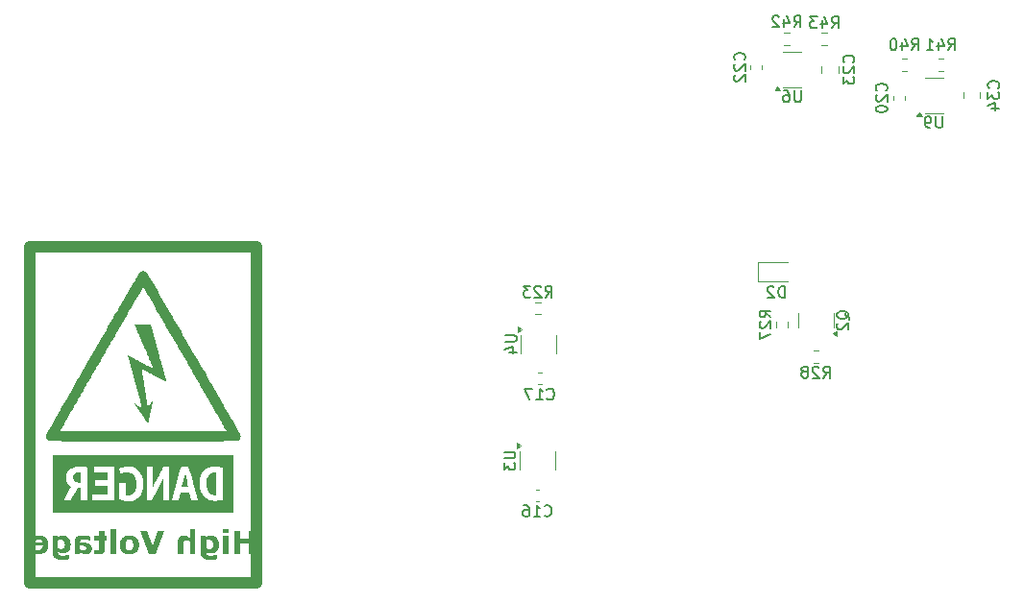
<source format=gbr>
%TF.GenerationSoftware,KiCad,Pcbnew,7.0.11-rc3*%
%TF.CreationDate,2025-03-16T23:31:10+08:00*%
%TF.ProjectId,TSAL,5453414c-2e6b-4696-9361-645f70636258,rev?*%
%TF.SameCoordinates,Original*%
%TF.FileFunction,Legend,Bot*%
%TF.FilePolarity,Positive*%
%FSLAX46Y46*%
G04 Gerber Fmt 4.6, Leading zero omitted, Abs format (unit mm)*
G04 Created by KiCad (PCBNEW 7.0.11-rc3) date 2025-03-16 23:31:10*
%MOMM*%
%LPD*%
G01*
G04 APERTURE LIST*
%ADD10C,1.000000*%
%ADD11C,0.250000*%
%ADD12C,0.150000*%
%ADD13C,0.120000*%
G04 APERTURE END LIST*
D10*
X75025911Y-53395491D02*
X94973657Y-53395491D01*
X94973657Y-83000000D01*
X75025911Y-83000000D01*
X75025911Y-53395491D01*
D11*
G36*
X92994828Y-80410000D02*
G01*
X93522393Y-80410000D01*
X93522393Y-79534633D01*
X94301528Y-79534633D01*
X94301528Y-80410000D01*
X94829092Y-80410000D01*
X94829092Y-78377899D01*
X94301528Y-78377899D01*
X94301528Y-79128213D01*
X93522393Y-79128213D01*
X93522393Y-78377899D01*
X92994828Y-78377899D01*
X92994828Y-80410000D01*
G37*
G36*
X92016880Y-80410000D02*
G01*
X92511716Y-80410000D01*
X92511716Y-78878108D01*
X92016880Y-78878108D01*
X92016880Y-80410000D01*
G37*
G36*
X92003202Y-78628004D02*
G01*
X92525394Y-78628004D01*
X92525394Y-78252847D01*
X92003202Y-78252847D01*
X92003202Y-78628004D01*
G37*
G36*
X90984441Y-78815792D02*
G01*
X91010322Y-78816894D01*
X91036092Y-78818941D01*
X91061751Y-78821932D01*
X91087297Y-78825867D01*
X91112733Y-78830747D01*
X91138056Y-78836572D01*
X91163268Y-78843341D01*
X91188368Y-78851055D01*
X91213357Y-78859713D01*
X91238234Y-78869316D01*
X91254619Y-78876139D01*
X91278589Y-78887004D01*
X91301829Y-78898625D01*
X91324338Y-78911001D01*
X91346119Y-78924133D01*
X91367169Y-78938020D01*
X91387489Y-78952663D01*
X91407080Y-78968062D01*
X91425940Y-78984217D01*
X91444071Y-79001127D01*
X91461472Y-79018792D01*
X91473512Y-79031815D01*
X91490929Y-79051872D01*
X91507573Y-79072556D01*
X91523444Y-79093867D01*
X91538542Y-79115804D01*
X91552867Y-79138369D01*
X91566420Y-79161560D01*
X91579200Y-79185378D01*
X91591207Y-79209823D01*
X91602441Y-79234894D01*
X91612902Y-79260593D01*
X91619350Y-79278138D01*
X91628241Y-79305222D01*
X91636197Y-79333224D01*
X91640981Y-79352403D01*
X91645348Y-79371990D01*
X91649300Y-79391986D01*
X91652836Y-79412390D01*
X91655956Y-79433202D01*
X91658660Y-79454422D01*
X91660948Y-79476051D01*
X91662819Y-79498088D01*
X91664275Y-79520534D01*
X91665315Y-79543388D01*
X91665939Y-79566650D01*
X91666147Y-79590321D01*
X91665976Y-79615005D01*
X91665460Y-79639293D01*
X91664602Y-79663185D01*
X91663400Y-79686682D01*
X91661854Y-79709782D01*
X91659965Y-79732487D01*
X91657732Y-79754796D01*
X91655156Y-79776708D01*
X91652237Y-79798225D01*
X91648974Y-79819346D01*
X91645368Y-79840071D01*
X91641418Y-79860400D01*
X91637124Y-79880333D01*
X91632488Y-79899870D01*
X91622184Y-79937756D01*
X91610506Y-79974058D01*
X91597454Y-80008777D01*
X91583028Y-80041912D01*
X91567229Y-80073463D01*
X91550056Y-80103431D01*
X91531508Y-80131815D01*
X91511587Y-80158614D01*
X91490292Y-80183831D01*
X91479156Y-80195822D01*
X91456014Y-80218662D01*
X91431712Y-80239980D01*
X91406250Y-80259775D01*
X91379628Y-80278048D01*
X91351845Y-80294797D01*
X91322902Y-80310025D01*
X91292799Y-80323729D01*
X91261536Y-80335910D01*
X91229113Y-80346569D01*
X91195529Y-80355706D01*
X91160786Y-80363319D01*
X91124882Y-80369410D01*
X91087818Y-80373978D01*
X91049594Y-80377023D01*
X91030047Y-80377975D01*
X91010210Y-80378546D01*
X90990083Y-80378736D01*
X90973511Y-80378570D01*
X90949017Y-80377699D01*
X90924962Y-80376080D01*
X90901344Y-80373715D01*
X90878165Y-80370602D01*
X90855423Y-80366742D01*
X90833119Y-80362136D01*
X90811253Y-80356782D01*
X90789825Y-80350681D01*
X90768835Y-80343833D01*
X90748283Y-80336238D01*
X90734802Y-80330808D01*
X90714859Y-80322218D01*
X90695251Y-80313096D01*
X90675979Y-80303442D01*
X90657041Y-80293255D01*
X90638438Y-80282536D01*
X90620170Y-80271285D01*
X90602236Y-80259501D01*
X90584638Y-80247185D01*
X90567375Y-80234336D01*
X90550446Y-80220956D01*
X90550446Y-80247822D01*
X90550465Y-80253415D01*
X90550923Y-80275278D01*
X90551992Y-80296333D01*
X90553671Y-80316578D01*
X90555960Y-80336014D01*
X90559681Y-80359172D01*
X90564356Y-80381066D01*
X90569985Y-80401695D01*
X90573764Y-80413492D01*
X90580976Y-80432256D01*
X90591143Y-80453293D01*
X90602958Y-80472716D01*
X90616422Y-80490525D01*
X90631535Y-80506720D01*
X90646721Y-80519817D01*
X90663887Y-80531936D01*
X90683033Y-80543077D01*
X90704159Y-80553240D01*
X90722484Y-80560667D01*
X90742077Y-80567467D01*
X90762937Y-80573642D01*
X90779421Y-80577920D01*
X90802815Y-80582969D01*
X90827827Y-80587270D01*
X90847648Y-80590005D01*
X90868379Y-80592319D01*
X90890020Y-80594212D01*
X90912571Y-80595685D01*
X90936033Y-80596737D01*
X90960405Y-80597368D01*
X90985687Y-80597578D01*
X90998679Y-80597464D01*
X91018576Y-80596862D01*
X91038962Y-80595746D01*
X91059838Y-80594115D01*
X91081203Y-80591968D01*
X91103057Y-80589306D01*
X91125401Y-80586129D01*
X91148235Y-80582437D01*
X91171557Y-80578229D01*
X91195370Y-80573507D01*
X91219671Y-80568269D01*
X91243774Y-80562722D01*
X91267173Y-80557072D01*
X91289867Y-80551319D01*
X91311858Y-80545463D01*
X91333144Y-80539504D01*
X91353726Y-80533441D01*
X91373604Y-80527276D01*
X91392778Y-80521008D01*
X91417249Y-80512490D01*
X91440467Y-80503789D01*
X91501039Y-80503789D01*
X91501039Y-80904347D01*
X91486648Y-80907856D01*
X91464446Y-80912998D01*
X91441505Y-80917994D01*
X91417826Y-80922844D01*
X91393408Y-80927548D01*
X91368252Y-80932106D01*
X91342358Y-80936518D01*
X91315725Y-80940785D01*
X91288353Y-80944905D01*
X91260243Y-80948879D01*
X91231395Y-80952707D01*
X91211838Y-80955132D01*
X91192247Y-80957401D01*
X91172622Y-80959513D01*
X91152963Y-80961469D01*
X91133269Y-80963269D01*
X91113540Y-80964912D01*
X91093778Y-80966398D01*
X91073980Y-80967728D01*
X91054149Y-80968902D01*
X91034283Y-80969919D01*
X91014383Y-80970779D01*
X90994449Y-80971483D01*
X90974480Y-80972031D01*
X90954477Y-80972422D01*
X90934440Y-80972657D01*
X90914368Y-80972735D01*
X90889798Y-80972588D01*
X90865550Y-80972147D01*
X90841622Y-80971413D01*
X90818014Y-80970384D01*
X90794727Y-80969062D01*
X90771760Y-80967446D01*
X90749115Y-80965536D01*
X90726789Y-80963332D01*
X90704785Y-80960834D01*
X90683100Y-80958042D01*
X90661737Y-80954957D01*
X90640694Y-80951577D01*
X90619971Y-80947904D01*
X90599569Y-80943937D01*
X90579488Y-80939676D01*
X90559727Y-80935122D01*
X90549941Y-80932756D01*
X90530638Y-80927749D01*
X90511694Y-80922375D01*
X90483951Y-80913628D01*
X90457014Y-80904057D01*
X90430885Y-80893661D01*
X90405563Y-80882441D01*
X90381048Y-80870397D01*
X90357340Y-80857529D01*
X90334440Y-80843836D01*
X90312346Y-80829319D01*
X90291060Y-80813977D01*
X90270615Y-80797936D01*
X90251046Y-80780770D01*
X90232353Y-80762479D01*
X90214536Y-80743063D01*
X90197594Y-80722522D01*
X90181529Y-80700856D01*
X90166339Y-80678066D01*
X90152025Y-80654151D01*
X90138587Y-80629111D01*
X90126024Y-80602946D01*
X90118136Y-80584877D01*
X90110624Y-80566355D01*
X90103596Y-80547302D01*
X90097053Y-80527719D01*
X90090995Y-80507605D01*
X90085421Y-80486961D01*
X90080332Y-80465786D01*
X90075728Y-80444081D01*
X90071608Y-80421845D01*
X90067973Y-80399079D01*
X90064822Y-80375783D01*
X90062157Y-80351956D01*
X90059976Y-80327598D01*
X90058279Y-80302710D01*
X90057068Y-80277292D01*
X90056341Y-80251343D01*
X90056098Y-80224863D01*
X90056098Y-79919560D01*
X90550446Y-79919560D01*
X90557882Y-79924263D01*
X90576890Y-79935505D01*
X90596493Y-79946007D01*
X90616693Y-79955769D01*
X90637490Y-79964792D01*
X90658883Y-79973076D01*
X90680872Y-79980621D01*
X90689798Y-79983401D01*
X90712214Y-79989566D01*
X90734773Y-79994611D01*
X90757475Y-79998535D01*
X90780320Y-80001337D01*
X90803309Y-80003019D01*
X90826440Y-80003579D01*
X90846581Y-80003240D01*
X90875611Y-80001457D01*
X90903224Y-79998145D01*
X90929421Y-79993305D01*
X90954200Y-79986937D01*
X90977563Y-79979040D01*
X90999509Y-79969614D01*
X91020039Y-79958661D01*
X91039151Y-79946179D01*
X91056847Y-79932168D01*
X91073126Y-79916629D01*
X91078235Y-79911065D01*
X91092589Y-79892815D01*
X91105483Y-79872230D01*
X91116918Y-79849310D01*
X91126892Y-79824053D01*
X91135408Y-79796461D01*
X91140273Y-79776769D01*
X91144490Y-79756039D01*
X91148059Y-79734271D01*
X91150978Y-79711465D01*
X91153249Y-79687621D01*
X91154871Y-79662739D01*
X91155844Y-79636818D01*
X91156168Y-79609860D01*
X91155788Y-79585472D01*
X91154649Y-79561767D01*
X91152751Y-79538745D01*
X91150093Y-79516407D01*
X91146675Y-79494751D01*
X91142498Y-79473779D01*
X91137562Y-79453489D01*
X91131866Y-79433883D01*
X91125411Y-79414960D01*
X91118196Y-79396720D01*
X91105950Y-79370641D01*
X91091995Y-79346099D01*
X91076332Y-79323094D01*
X91058960Y-79301625D01*
X91052758Y-79294803D01*
X91033009Y-79275636D01*
X91011542Y-79258419D01*
X90988358Y-79243150D01*
X90963457Y-79229831D01*
X90936838Y-79218461D01*
X90918138Y-79211964D01*
X90898675Y-79206333D01*
X90878449Y-79201568D01*
X90857459Y-79197670D01*
X90835706Y-79194638D01*
X90813190Y-79192472D01*
X90789911Y-79191172D01*
X90765868Y-79190739D01*
X90762773Y-79190749D01*
X90740436Y-79191380D01*
X90720361Y-79192703D01*
X90699426Y-79194746D01*
X90677633Y-79197511D01*
X90654982Y-79200997D01*
X90632405Y-79205102D01*
X90611201Y-79209721D01*
X90591372Y-79214856D01*
X90569974Y-79221498D01*
X90550446Y-79228841D01*
X90550446Y-79919560D01*
X90056098Y-79919560D01*
X90056098Y-78878108D01*
X90535303Y-78878108D01*
X90553377Y-78926957D01*
X90563952Y-78920513D01*
X90585537Y-78908164D01*
X90607702Y-78896532D01*
X90630447Y-78885617D01*
X90653772Y-78875420D01*
X90677677Y-78865940D01*
X90702163Y-78857178D01*
X90720907Y-78851077D01*
X90739978Y-78845380D01*
X90752830Y-78841772D01*
X90772443Y-78836796D01*
X90792460Y-78832343D01*
X90812881Y-78828415D01*
X90833705Y-78825010D01*
X90854932Y-78822130D01*
X90876564Y-78819772D01*
X90898598Y-78817939D01*
X90921037Y-78816630D01*
X90943879Y-78815844D01*
X90967124Y-78815582D01*
X90984441Y-78815792D01*
G37*
G36*
X88048422Y-80410000D02*
G01*
X88545701Y-80410000D01*
X88545701Y-79643077D01*
X88545853Y-79619759D01*
X88546311Y-79596457D01*
X88547075Y-79573170D01*
X88548143Y-79549898D01*
X88549517Y-79526642D01*
X88551196Y-79503401D01*
X88553181Y-79480175D01*
X88555470Y-79456964D01*
X88558012Y-79434410D01*
X88560996Y-79413397D01*
X88564423Y-79393926D01*
X88569330Y-79371756D01*
X88574928Y-79351995D01*
X88582558Y-79331461D01*
X88588199Y-79319699D01*
X88599367Y-79301610D01*
X88612356Y-79285444D01*
X88627165Y-79271202D01*
X88643795Y-79258883D01*
X88662245Y-79248487D01*
X88668799Y-79245450D01*
X88690060Y-79237481D01*
X88710033Y-79232100D01*
X88732058Y-79227864D01*
X88756134Y-79224773D01*
X88776872Y-79223124D01*
X88798922Y-79222208D01*
X88816322Y-79222002D01*
X88837435Y-79222539D01*
X88858644Y-79224149D01*
X88879949Y-79226832D01*
X88901349Y-79230589D01*
X88922844Y-79235419D01*
X88944435Y-79241322D01*
X88953098Y-79243984D01*
X88975060Y-79251497D01*
X88997596Y-79260299D01*
X89016036Y-79268267D01*
X89034843Y-79277060D01*
X89054016Y-79286677D01*
X89073555Y-79297118D01*
X89093461Y-79308384D01*
X89103551Y-79314326D01*
X89103551Y-80410000D01*
X89598387Y-80410000D01*
X89598387Y-78252847D01*
X89103551Y-78252847D01*
X89103551Y-79029539D01*
X89087105Y-79016783D01*
X89070739Y-79004405D01*
X89054453Y-78992404D01*
X89038247Y-78980782D01*
X89022121Y-78969537D01*
X88998083Y-78953379D01*
X88974225Y-78938070D01*
X88950547Y-78923611D01*
X88927050Y-78910003D01*
X88903733Y-78897245D01*
X88880596Y-78885336D01*
X88857639Y-78874278D01*
X88850027Y-78870781D01*
X88826985Y-78860916D01*
X88803470Y-78852022D01*
X88779484Y-78844098D01*
X88755024Y-78837144D01*
X88730093Y-78831161D01*
X88704689Y-78826148D01*
X88678813Y-78822105D01*
X88652465Y-78819032D01*
X88625645Y-78816930D01*
X88598352Y-78815798D01*
X88579895Y-78815582D01*
X88549118Y-78816155D01*
X88519193Y-78817872D01*
X88490118Y-78820734D01*
X88461895Y-78824741D01*
X88434522Y-78829893D01*
X88408001Y-78836190D01*
X88382331Y-78843632D01*
X88357512Y-78852219D01*
X88333543Y-78861950D01*
X88310426Y-78872827D01*
X88288160Y-78884848D01*
X88266745Y-78898014D01*
X88246181Y-78912325D01*
X88226468Y-78927781D01*
X88207606Y-78944382D01*
X88189595Y-78962128D01*
X88172499Y-78981011D01*
X88156507Y-79001024D01*
X88141618Y-79022166D01*
X88127832Y-79044438D01*
X88115148Y-79067839D01*
X88103568Y-79092370D01*
X88093090Y-79118031D01*
X88083715Y-79144822D01*
X88075443Y-79172742D01*
X88068275Y-79201791D01*
X88062209Y-79231970D01*
X88057245Y-79263279D01*
X88053385Y-79295718D01*
X88050628Y-79329286D01*
X88048974Y-79363984D01*
X88048422Y-79399811D01*
X88048422Y-80410000D01*
G37*
G36*
X84767752Y-78377899D02*
G01*
X85513670Y-80410000D01*
X86104249Y-80410000D01*
X86850167Y-78377899D01*
X86296713Y-78377899D01*
X85801877Y-79805254D01*
X85307529Y-78377899D01*
X84767752Y-78377899D01*
G37*
G36*
X83804746Y-78815798D02*
G01*
X83829116Y-78816445D01*
X83853144Y-78817523D01*
X83876831Y-78819032D01*
X83900176Y-78820973D01*
X83923180Y-78823345D01*
X83945842Y-78826148D01*
X83968162Y-78829382D01*
X83990141Y-78833047D01*
X84011779Y-78837144D01*
X84033075Y-78841672D01*
X84054029Y-78846632D01*
X84074642Y-78852022D01*
X84094913Y-78857844D01*
X84114843Y-78864097D01*
X84134431Y-78870781D01*
X84153677Y-78877897D01*
X84172582Y-78885443D01*
X84191145Y-78893421D01*
X84209367Y-78901830D01*
X84227248Y-78910671D01*
X84244786Y-78919943D01*
X84261984Y-78929646D01*
X84278839Y-78939780D01*
X84295353Y-78950345D01*
X84311526Y-78961342D01*
X84342846Y-78984629D01*
X84372800Y-79009641D01*
X84387265Y-79022794D01*
X84401388Y-79036378D01*
X84428421Y-79064628D01*
X84453709Y-79094179D01*
X84477254Y-79125032D01*
X84499055Y-79157186D01*
X84519111Y-79190642D01*
X84528485Y-79207858D01*
X84537424Y-79225399D01*
X84545926Y-79243265D01*
X84553992Y-79261457D01*
X84561622Y-79279974D01*
X84568816Y-79298817D01*
X84575575Y-79317984D01*
X84581897Y-79337478D01*
X84587783Y-79357296D01*
X84593233Y-79377440D01*
X84598247Y-79397909D01*
X84602825Y-79418704D01*
X84606968Y-79439824D01*
X84610674Y-79461269D01*
X84613944Y-79483039D01*
X84616778Y-79505135D01*
X84619176Y-79527556D01*
X84621138Y-79550303D01*
X84622664Y-79573375D01*
X84623754Y-79596772D01*
X84624408Y-79620495D01*
X84624626Y-79644542D01*
X84624409Y-79668441D01*
X84623760Y-79692021D01*
X84622677Y-79715282D01*
X84621161Y-79738225D01*
X84619212Y-79760849D01*
X84616829Y-79783154D01*
X84614014Y-79805141D01*
X84610765Y-79826809D01*
X84607083Y-79848158D01*
X84602969Y-79869189D01*
X84598420Y-79889901D01*
X84593439Y-79910294D01*
X84588025Y-79930369D01*
X84582177Y-79950125D01*
X84575897Y-79969562D01*
X84569183Y-79988681D01*
X84562036Y-80007481D01*
X84554456Y-80025962D01*
X84546443Y-80044125D01*
X84537996Y-80061969D01*
X84529117Y-80079494D01*
X84510058Y-80113589D01*
X84489267Y-80146409D01*
X84466743Y-80177954D01*
X84442487Y-80208225D01*
X84416498Y-80237222D01*
X84402853Y-80251242D01*
X84374432Y-80278038D01*
X84344609Y-80303105D01*
X84313386Y-80326444D01*
X84297249Y-80337465D01*
X84280763Y-80348053D01*
X84263926Y-80358210D01*
X84246738Y-80367934D01*
X84229201Y-80377227D01*
X84211314Y-80386087D01*
X84193076Y-80394514D01*
X84174488Y-80402510D01*
X84155550Y-80410073D01*
X84136262Y-80417205D01*
X84116624Y-80423904D01*
X84096636Y-80430171D01*
X84076297Y-80436005D01*
X84055609Y-80441408D01*
X84034570Y-80446378D01*
X84013181Y-80450916D01*
X83991442Y-80455022D01*
X83969353Y-80458695D01*
X83946914Y-80461937D01*
X83924124Y-80464746D01*
X83900985Y-80467123D01*
X83877495Y-80469068D01*
X83853655Y-80470581D01*
X83829465Y-80471661D01*
X83804925Y-80472310D01*
X83780034Y-80472526D01*
X83755114Y-80472310D01*
X83730545Y-80471661D01*
X83706326Y-80470581D01*
X83682459Y-80469068D01*
X83658943Y-80467123D01*
X83635778Y-80464746D01*
X83612964Y-80461937D01*
X83590502Y-80458695D01*
X83568390Y-80455022D01*
X83546630Y-80450916D01*
X83525220Y-80446378D01*
X83504162Y-80441408D01*
X83483455Y-80436005D01*
X83463099Y-80430171D01*
X83443094Y-80423904D01*
X83423440Y-80417205D01*
X83404137Y-80410073D01*
X83385185Y-80402510D01*
X83366585Y-80394514D01*
X83348335Y-80386087D01*
X83330437Y-80377227D01*
X83312889Y-80367934D01*
X83295693Y-80358210D01*
X83278848Y-80348053D01*
X83262354Y-80337465D01*
X83230419Y-80314990D01*
X83199889Y-80290788D01*
X83170763Y-80264856D01*
X83156726Y-80251242D01*
X83129871Y-80222883D01*
X83104749Y-80193249D01*
X83081358Y-80162341D01*
X83059701Y-80130158D01*
X83039776Y-80096701D01*
X83030463Y-80079494D01*
X83021584Y-80061969D01*
X83013137Y-80044125D01*
X83005124Y-80025962D01*
X82997544Y-80007481D01*
X82990397Y-79988681D01*
X82983683Y-79969562D01*
X82977403Y-79950125D01*
X82971555Y-79930369D01*
X82966141Y-79910294D01*
X82961160Y-79889901D01*
X82956611Y-79869189D01*
X82952497Y-79848158D01*
X82948815Y-79826809D01*
X82945566Y-79805141D01*
X82942751Y-79783154D01*
X82940368Y-79760849D01*
X82938419Y-79738225D01*
X82936903Y-79715282D01*
X82935820Y-79692021D01*
X82935171Y-79668441D01*
X82934981Y-79647473D01*
X83447375Y-79647473D01*
X83447586Y-79675021D01*
X83448217Y-79701426D01*
X83449269Y-79726690D01*
X83450741Y-79750811D01*
X83452635Y-79773790D01*
X83454949Y-79795628D01*
X83457684Y-79816323D01*
X83460839Y-79835876D01*
X83465701Y-79860171D01*
X83471311Y-79882435D01*
X83476014Y-79898153D01*
X83482952Y-79918429D01*
X83490653Y-79937926D01*
X83499118Y-79956645D01*
X83508346Y-79974586D01*
X83518337Y-79991747D01*
X83529091Y-80008131D01*
X83543607Y-80027515D01*
X83548992Y-80034232D01*
X83563088Y-80049955D01*
X83578091Y-80064152D01*
X83594000Y-80076822D01*
X83610816Y-80087965D01*
X83628538Y-80097582D01*
X83647166Y-80105673D01*
X83654824Y-80108453D01*
X83674184Y-80114619D01*
X83693855Y-80119663D01*
X83713835Y-80123587D01*
X83734126Y-80126390D01*
X83754727Y-80128071D01*
X83775638Y-80128632D01*
X83785343Y-80128534D01*
X83809037Y-80127440D01*
X83831921Y-80125128D01*
X83853993Y-80121601D01*
X83875255Y-80116857D01*
X83895705Y-80110896D01*
X83915345Y-80103719D01*
X83922911Y-80100429D01*
X83941241Y-80091203D01*
X83958736Y-80080546D01*
X83975397Y-80068458D01*
X83991222Y-80054939D01*
X84006213Y-80039989D01*
X84020369Y-80023607D01*
X84028607Y-80012473D01*
X84041496Y-79992466D01*
X84051052Y-79975156D01*
X84059937Y-79956685D01*
X84068149Y-79937054D01*
X84075690Y-79916263D01*
X84082560Y-79894311D01*
X84088757Y-79871200D01*
X84094253Y-79846974D01*
X84099015Y-79821680D01*
X84102107Y-79802007D01*
X84104786Y-79781734D01*
X84107052Y-79760860D01*
X84108907Y-79739385D01*
X84110350Y-79717309D01*
X84111380Y-79694631D01*
X84111998Y-79671353D01*
X84112204Y-79647473D01*
X84112178Y-79638485D01*
X84111785Y-79612096D01*
X84110919Y-79586575D01*
X84109581Y-79561922D01*
X84107770Y-79538135D01*
X84105488Y-79515216D01*
X84102733Y-79493164D01*
X84099506Y-79471979D01*
X84095806Y-79451662D01*
X84091635Y-79432211D01*
X84085338Y-79407627D01*
X84081909Y-79395878D01*
X84074627Y-79373332D01*
X84066781Y-79352052D01*
X84058370Y-79332039D01*
X84049394Y-79313294D01*
X84039853Y-79295815D01*
X84027133Y-79275749D01*
X84013530Y-79257662D01*
X83997407Y-79240157D01*
X83981092Y-79224584D01*
X83964586Y-79210943D01*
X83947890Y-79199234D01*
X83927603Y-79187734D01*
X83907040Y-79179016D01*
X83885608Y-79172375D01*
X83863077Y-79167109D01*
X83843461Y-79163769D01*
X83823082Y-79161384D01*
X83801940Y-79159953D01*
X83780034Y-79159476D01*
X83771098Y-79159570D01*
X83749109Y-79160621D01*
X83727621Y-79162842D01*
X83706634Y-79166231D01*
X83686148Y-79170790D01*
X83666162Y-79176516D01*
X83646678Y-79183412D01*
X83638994Y-79186534D01*
X83620401Y-79195473D01*
X83602691Y-79206035D01*
X83585864Y-79218218D01*
X83569919Y-79232024D01*
X83554856Y-79247451D01*
X83540676Y-79264501D01*
X83535257Y-79271671D01*
X83522377Y-79290901D01*
X83510451Y-79311991D01*
X83501597Y-79330202D01*
X83493354Y-79349604D01*
X83485722Y-79370197D01*
X83478700Y-79391980D01*
X83472288Y-79414954D01*
X83470756Y-79420860D01*
X83465111Y-79445360D01*
X83461389Y-79464658D01*
X83458104Y-79484745D01*
X83455258Y-79505622D01*
X83452849Y-79527289D01*
X83450879Y-79549746D01*
X83449346Y-79572993D01*
X83448251Y-79597030D01*
X83447594Y-79621856D01*
X83447375Y-79647473D01*
X82934981Y-79647473D01*
X82934954Y-79644542D01*
X82935170Y-79620673D01*
X82935816Y-79597121D01*
X82936895Y-79573886D01*
X82938404Y-79550967D01*
X82940344Y-79528365D01*
X82942716Y-79506080D01*
X82945519Y-79484111D01*
X82948754Y-79462459D01*
X82952419Y-79441124D01*
X82956516Y-79420106D01*
X82961044Y-79399405D01*
X82966003Y-79379020D01*
X82971394Y-79358952D01*
X82977216Y-79339201D01*
X82983469Y-79319766D01*
X82990153Y-79300648D01*
X82997268Y-79281848D01*
X83004815Y-79263363D01*
X83012793Y-79245196D01*
X83021202Y-79227345D01*
X83030043Y-79209811D01*
X83049017Y-79175693D01*
X83069717Y-79142843D01*
X83092141Y-79111259D01*
X83116291Y-79080943D01*
X83142165Y-79051893D01*
X83155750Y-79037843D01*
X83169698Y-79024169D01*
X83198671Y-78998123D01*
X83229080Y-78973813D01*
X83260923Y-78951240D01*
X83277382Y-78940604D01*
X83294201Y-78930403D01*
X83311378Y-78920635D01*
X83328914Y-78911302D01*
X83346808Y-78902403D01*
X83365062Y-78893938D01*
X83383674Y-78885907D01*
X83402645Y-78878310D01*
X83421974Y-78871147D01*
X83441662Y-78864419D01*
X83461709Y-78858124D01*
X83482115Y-78852264D01*
X83502880Y-78846838D01*
X83524003Y-78841845D01*
X83545485Y-78837287D01*
X83567325Y-78833163D01*
X83589525Y-78829474D01*
X83612083Y-78826218D01*
X83635000Y-78823396D01*
X83658275Y-78821008D01*
X83681910Y-78819055D01*
X83705903Y-78817536D01*
X83730254Y-78816450D01*
X83754965Y-78815799D01*
X83780034Y-78815582D01*
X83804746Y-78815798D01*
G37*
G36*
X82096713Y-80410000D02*
G01*
X82591549Y-80410000D01*
X82591549Y-78252847D01*
X82096713Y-78252847D01*
X82096713Y-80410000D01*
G37*
G36*
X80649329Y-80426120D02*
G01*
X80669388Y-80431348D01*
X80689752Y-80436286D01*
X80710421Y-80440934D01*
X80731395Y-80445293D01*
X80752675Y-80449361D01*
X80774260Y-80453139D01*
X80796150Y-80456627D01*
X80818345Y-80459825D01*
X80841312Y-80462802D01*
X80865515Y-80465382D01*
X80890954Y-80467564D01*
X80910845Y-80468941D01*
X80931432Y-80470095D01*
X80952714Y-80471025D01*
X80974691Y-80471732D01*
X80997364Y-80472216D01*
X81020733Y-80472476D01*
X81036699Y-80472526D01*
X81072209Y-80472066D01*
X81106567Y-80470686D01*
X81139773Y-80468387D01*
X81171826Y-80465168D01*
X81202726Y-80461029D01*
X81232474Y-80455971D01*
X81261070Y-80449992D01*
X81288513Y-80443094D01*
X81314803Y-80435277D01*
X81339941Y-80426539D01*
X81363927Y-80416882D01*
X81386760Y-80406305D01*
X81408440Y-80394809D01*
X81428968Y-80382392D01*
X81448343Y-80369056D01*
X81466566Y-80354801D01*
X81483602Y-80339369D01*
X81499539Y-80322629D01*
X81514377Y-80304580D01*
X81528115Y-80285222D01*
X81540755Y-80264555D01*
X81552295Y-80242579D01*
X81562737Y-80219294D01*
X81572079Y-80194699D01*
X81580322Y-80168796D01*
X81587466Y-80141584D01*
X81593511Y-80113063D01*
X81598457Y-80083233D01*
X81602304Y-80052094D01*
X81605052Y-80019646D01*
X81606700Y-79985889D01*
X81607250Y-79950823D01*
X81607250Y-79222002D01*
X81810460Y-79222002D01*
X81810460Y-78878108D01*
X81607250Y-78878108D01*
X81607250Y-78440425D01*
X81112414Y-78440425D01*
X81112414Y-78878108D01*
X80649329Y-78878108D01*
X80649329Y-79222002D01*
X81112414Y-79222002D01*
X81112414Y-79772037D01*
X81112391Y-79792111D01*
X81112298Y-79816301D01*
X81112133Y-79839490D01*
X81111897Y-79861677D01*
X81111590Y-79882862D01*
X81111210Y-79903046D01*
X81110948Y-79914675D01*
X81109729Y-79936960D01*
X81107170Y-79958387D01*
X81103272Y-79978955D01*
X81098034Y-79998664D01*
X81091457Y-80017515D01*
X81088967Y-80023607D01*
X81079206Y-80043806D01*
X81066594Y-80062089D01*
X81051129Y-80078455D01*
X81035605Y-80090957D01*
X81021067Y-80100300D01*
X81001186Y-80109928D01*
X80982231Y-80116430D01*
X80961105Y-80121549D01*
X80937809Y-80125284D01*
X80917610Y-80127276D01*
X80896021Y-80128383D01*
X80878918Y-80128632D01*
X80858127Y-80127258D01*
X80837480Y-80123802D01*
X80817960Y-80119165D01*
X80796756Y-80112983D01*
X80777801Y-80106650D01*
X80759180Y-80099864D01*
X80739259Y-80091941D01*
X80719360Y-80083002D01*
X80701027Y-80073187D01*
X80690362Y-80066106D01*
X80649329Y-80066106D01*
X80649329Y-80426120D01*
G37*
G36*
X79756070Y-78815697D02*
G01*
X79778230Y-78816040D01*
X79800385Y-78816613D01*
X79822537Y-78817414D01*
X79844685Y-78818444D01*
X79866829Y-78819704D01*
X79888969Y-78821192D01*
X79911105Y-78822909D01*
X79933238Y-78824856D01*
X79955367Y-78827031D01*
X79977492Y-78829435D01*
X79999613Y-78832069D01*
X80021730Y-78834931D01*
X80043844Y-78838022D01*
X80065953Y-78841342D01*
X80088059Y-78844891D01*
X80109719Y-78848524D01*
X80130611Y-78852096D01*
X80150736Y-78855607D01*
X80179486Y-78860759D01*
X80206509Y-78865774D01*
X80231807Y-78870651D01*
X80255379Y-78875391D01*
X80277225Y-78879994D01*
X80297345Y-78884459D01*
X80321487Y-78890198D01*
X80342560Y-78895694D01*
X80342560Y-79284528D01*
X80297131Y-79284528D01*
X80293299Y-79282857D01*
X80271835Y-79273829D01*
X80251899Y-79265800D01*
X80229505Y-79257053D01*
X80211096Y-79250022D01*
X80191305Y-79242587D01*
X80170132Y-79234749D01*
X80147576Y-79226507D01*
X80123638Y-79217862D01*
X80098318Y-79208813D01*
X80081039Y-79202839D01*
X80055358Y-79194600D01*
X80029960Y-79187228D01*
X80004846Y-79180724D01*
X79980014Y-79175087D01*
X79955466Y-79170317D01*
X79931202Y-79166414D01*
X79907221Y-79163379D01*
X79883523Y-79161211D01*
X79860109Y-79159910D01*
X79836978Y-79159476D01*
X79811964Y-79159680D01*
X79787725Y-79160293D01*
X79764260Y-79161314D01*
X79741570Y-79162743D01*
X79719655Y-79164580D01*
X79698515Y-79166826D01*
X79678149Y-79169481D01*
X79649053Y-79174228D01*
X79621701Y-79179893D01*
X79596091Y-79186478D01*
X79572224Y-79193981D01*
X79550101Y-79202403D01*
X79529720Y-79211744D01*
X79517062Y-79218608D01*
X79499605Y-79230141D01*
X79483986Y-79243160D01*
X79470204Y-79257664D01*
X79458260Y-79273654D01*
X79448154Y-79291129D01*
X79439885Y-79310090D01*
X79433453Y-79330536D01*
X79428859Y-79352468D01*
X79426103Y-79375885D01*
X79425184Y-79400788D01*
X79425184Y-79409581D01*
X79452419Y-79411222D01*
X79479536Y-79412970D01*
X79506534Y-79414824D01*
X79533414Y-79416786D01*
X79560176Y-79418854D01*
X79586820Y-79421030D01*
X79613345Y-79423312D01*
X79639752Y-79425701D01*
X79666040Y-79428197D01*
X79692210Y-79430799D01*
X79718262Y-79433509D01*
X79744196Y-79436325D01*
X79770011Y-79439249D01*
X79795708Y-79442279D01*
X79821287Y-79445416D01*
X79846747Y-79448660D01*
X79859384Y-79450314D01*
X79884274Y-79453836D01*
X79908652Y-79457645D01*
X79932520Y-79461740D01*
X79955875Y-79466121D01*
X79978720Y-79470788D01*
X80001053Y-79475742D01*
X80022874Y-79480981D01*
X80044184Y-79486507D01*
X80064983Y-79492319D01*
X80085271Y-79498418D01*
X80105047Y-79504803D01*
X80124311Y-79511473D01*
X80143065Y-79518431D01*
X80161306Y-79525674D01*
X80187710Y-79537076D01*
X80204806Y-79545010D01*
X80229525Y-79557583D01*
X80253137Y-79570964D01*
X80275641Y-79585152D01*
X80297038Y-79600147D01*
X80317327Y-79615950D01*
X80336508Y-79632559D01*
X80354581Y-79649976D01*
X80371547Y-79668200D01*
X80387405Y-79687231D01*
X80402156Y-79707069D01*
X80415599Y-79727860D01*
X80427721Y-79749750D01*
X80438520Y-79772739D01*
X80447997Y-79796828D01*
X80456151Y-79822015D01*
X80462984Y-79848302D01*
X80468493Y-79875688D01*
X80472681Y-79904173D01*
X80474738Y-79923773D01*
X80476207Y-79943862D01*
X80477089Y-79964439D01*
X80477382Y-79985505D01*
X80476802Y-80011832D01*
X80475062Y-80037567D01*
X80472162Y-80062711D01*
X80468101Y-80087263D01*
X80462881Y-80111224D01*
X80456500Y-80134593D01*
X80448959Y-80157370D01*
X80440258Y-80179556D01*
X80430396Y-80201151D01*
X80419375Y-80222154D01*
X80407193Y-80242565D01*
X80393851Y-80262385D01*
X80379349Y-80281614D01*
X80363687Y-80300251D01*
X80346865Y-80318296D01*
X80328883Y-80335750D01*
X80310042Y-80352312D01*
X80290644Y-80367807D01*
X80270688Y-80382232D01*
X80250176Y-80395589D01*
X80229106Y-80407878D01*
X80207479Y-80419098D01*
X80185295Y-80429249D01*
X80162553Y-80438332D01*
X80139255Y-80446346D01*
X80115399Y-80453292D01*
X80090986Y-80459169D01*
X80066016Y-80463977D01*
X80040489Y-80467717D01*
X80014405Y-80470389D01*
X79987763Y-80471991D01*
X79960565Y-80472526D01*
X79937476Y-80472152D01*
X79914861Y-80471030D01*
X79892718Y-80469160D01*
X79871050Y-80466542D01*
X79849854Y-80463176D01*
X79829131Y-80459062D01*
X79808882Y-80454200D01*
X79789106Y-80448590D01*
X79769536Y-80442385D01*
X79750149Y-80435737D01*
X79730946Y-80428646D01*
X79711925Y-80421113D01*
X79693088Y-80413136D01*
X79674434Y-80404718D01*
X79655963Y-80395856D01*
X79637676Y-80386552D01*
X79617852Y-80376758D01*
X79597582Y-80365692D01*
X79580349Y-80355500D01*
X79562806Y-80344426D01*
X79544952Y-80332469D01*
X79526789Y-80319630D01*
X79512310Y-80309081D01*
X79495049Y-80296454D01*
X79478717Y-80284447D01*
X79460348Y-80270857D01*
X79443317Y-80258161D01*
X79427627Y-80246357D01*
X79427627Y-80410000D01*
X78937187Y-80410000D01*
X78937187Y-79690949D01*
X79427627Y-79690949D01*
X79427627Y-80017257D01*
X79431248Y-80020352D01*
X79449912Y-80035272D01*
X79469506Y-80049261D01*
X79490031Y-80062320D01*
X79507120Y-80072097D01*
X79524805Y-80081279D01*
X79543085Y-80089866D01*
X79561960Y-80097857D01*
X79580981Y-80105070D01*
X79599940Y-80111321D01*
X79618838Y-80116610D01*
X79642375Y-80121870D01*
X79665817Y-80125626D01*
X79689163Y-80127880D01*
X79712414Y-80128632D01*
X79718197Y-80128619D01*
X79740366Y-80128310D01*
X79760993Y-80127588D01*
X79784609Y-80126107D01*
X79805815Y-80123982D01*
X79828083Y-80120582D01*
X79849678Y-80115443D01*
X79852414Y-80114604D01*
X79870897Y-80107932D01*
X79890589Y-80098590D01*
X79908755Y-80087416D01*
X79925394Y-80074410D01*
X79933194Y-80067403D01*
X79947955Y-80051303D01*
X79958851Y-80034739D01*
X79966426Y-80015792D01*
X79970060Y-79999275D01*
X79972906Y-79977993D01*
X79974333Y-79956675D01*
X79974731Y-79936168D01*
X79974120Y-79918178D01*
X79971639Y-79896957D01*
X79967251Y-79877144D01*
X79959465Y-79855225D01*
X79948933Y-79835332D01*
X79935652Y-79817466D01*
X79933175Y-79814648D01*
X79916872Y-79798620D01*
X79901397Y-79786417D01*
X79884204Y-79775264D01*
X79865295Y-79765160D01*
X79844668Y-79756106D01*
X79822323Y-79748101D01*
X79814532Y-79745678D01*
X79793135Y-79739787D01*
X79774042Y-79735245D01*
X79753193Y-79730857D01*
X79730589Y-79726620D01*
X79706230Y-79722537D01*
X79686808Y-79719575D01*
X79666399Y-79716698D01*
X79645003Y-79713907D01*
X79623171Y-79711215D01*
X79601640Y-79708635D01*
X79580410Y-79706167D01*
X79559480Y-79703809D01*
X79538850Y-79701564D01*
X79518521Y-79699430D01*
X79498493Y-79697408D01*
X79478765Y-79695498D01*
X79452929Y-79693124D01*
X79427627Y-79690949D01*
X78937187Y-79690949D01*
X78937187Y-79355359D01*
X78937920Y-79321073D01*
X78940118Y-79287948D01*
X78943782Y-79255983D01*
X78948911Y-79225177D01*
X78955505Y-79195532D01*
X78963565Y-79167048D01*
X78973091Y-79139723D01*
X78984082Y-79113558D01*
X78996538Y-79088554D01*
X79010460Y-79064710D01*
X79025847Y-79042026D01*
X79042700Y-79020502D01*
X79061018Y-79000138D01*
X79080802Y-78980935D01*
X79102051Y-78962891D01*
X79124766Y-78946008D01*
X79149127Y-78930214D01*
X79175316Y-78915439D01*
X79203334Y-78901684D01*
X79233179Y-78888947D01*
X79264852Y-78877229D01*
X79298354Y-78866530D01*
X79333683Y-78856850D01*
X79370840Y-78848189D01*
X79390104Y-78844240D01*
X79409826Y-78840546D01*
X79430004Y-78837108D01*
X79450639Y-78833923D01*
X79471731Y-78830994D01*
X79493280Y-78828319D01*
X79515286Y-78825899D01*
X79537750Y-78823734D01*
X79560670Y-78821823D01*
X79584047Y-78820167D01*
X79607881Y-78818766D01*
X79632172Y-78817620D01*
X79656921Y-78816729D01*
X79682126Y-78816092D01*
X79707788Y-78815710D01*
X79733907Y-78815582D01*
X79756070Y-78815697D01*
G37*
G36*
X77920379Y-78815792D02*
G01*
X77946261Y-78816894D01*
X77972031Y-78818941D01*
X77997689Y-78821932D01*
X78023236Y-78825867D01*
X78048671Y-78830747D01*
X78073995Y-78836572D01*
X78099207Y-78843341D01*
X78124307Y-78851055D01*
X78149295Y-78859713D01*
X78174172Y-78869316D01*
X78190558Y-78876139D01*
X78214527Y-78887004D01*
X78237767Y-78898625D01*
X78260277Y-78911001D01*
X78282057Y-78924133D01*
X78303107Y-78938020D01*
X78323428Y-78952663D01*
X78343018Y-78968062D01*
X78361879Y-78984217D01*
X78380009Y-79001127D01*
X78397410Y-79018792D01*
X78409451Y-79031815D01*
X78426867Y-79051872D01*
X78443511Y-79072556D01*
X78459382Y-79093867D01*
X78474480Y-79115804D01*
X78488806Y-79138369D01*
X78502358Y-79161560D01*
X78515138Y-79185378D01*
X78527145Y-79209823D01*
X78538380Y-79234894D01*
X78548841Y-79260593D01*
X78555289Y-79278138D01*
X78564180Y-79305222D01*
X78572136Y-79333224D01*
X78576919Y-79352403D01*
X78581287Y-79371990D01*
X78585239Y-79391986D01*
X78588775Y-79412390D01*
X78591894Y-79433202D01*
X78594598Y-79454422D01*
X78596886Y-79476051D01*
X78598758Y-79498088D01*
X78600214Y-79520534D01*
X78601254Y-79543388D01*
X78601878Y-79566650D01*
X78602086Y-79590321D01*
X78601914Y-79615005D01*
X78601399Y-79639293D01*
X78600540Y-79663185D01*
X78599338Y-79686682D01*
X78597793Y-79709782D01*
X78595903Y-79732487D01*
X78593671Y-79754796D01*
X78591095Y-79776708D01*
X78588175Y-79798225D01*
X78584913Y-79819346D01*
X78581306Y-79840071D01*
X78577356Y-79860400D01*
X78573063Y-79880333D01*
X78568426Y-79899870D01*
X78558122Y-79937756D01*
X78546444Y-79974058D01*
X78533393Y-80008777D01*
X78518967Y-80041912D01*
X78503168Y-80073463D01*
X78485994Y-80103431D01*
X78467447Y-80131815D01*
X78447526Y-80158614D01*
X78426231Y-80183831D01*
X78415095Y-80195822D01*
X78391953Y-80218662D01*
X78367651Y-80239980D01*
X78342189Y-80259775D01*
X78315566Y-80278048D01*
X78287783Y-80294797D01*
X78258841Y-80310025D01*
X78228738Y-80323729D01*
X78197475Y-80335910D01*
X78165051Y-80346569D01*
X78131468Y-80355706D01*
X78096725Y-80363319D01*
X78060821Y-80369410D01*
X78023757Y-80373978D01*
X77985533Y-80377023D01*
X77965986Y-80377975D01*
X77946149Y-80378546D01*
X77926022Y-80378736D01*
X77909449Y-80378570D01*
X77884956Y-80377699D01*
X77860900Y-80376080D01*
X77837283Y-80373715D01*
X77814103Y-80370602D01*
X77791361Y-80366742D01*
X77769057Y-80362136D01*
X77747192Y-80356782D01*
X77725764Y-80350681D01*
X77704773Y-80343833D01*
X77684221Y-80336238D01*
X77670740Y-80330808D01*
X77650798Y-80322218D01*
X77631190Y-80313096D01*
X77611917Y-80303442D01*
X77592979Y-80293255D01*
X77574376Y-80282536D01*
X77556108Y-80271285D01*
X77538175Y-80259501D01*
X77520577Y-80247185D01*
X77503313Y-80234336D01*
X77486385Y-80220956D01*
X77486385Y-80247822D01*
X77486404Y-80253415D01*
X77486862Y-80275278D01*
X77487930Y-80296333D01*
X77489609Y-80316578D01*
X77491899Y-80336014D01*
X77495620Y-80359172D01*
X77500295Y-80381066D01*
X77505924Y-80401695D01*
X77509702Y-80413492D01*
X77516915Y-80432256D01*
X77527081Y-80453293D01*
X77538897Y-80472716D01*
X77552361Y-80490525D01*
X77567473Y-80506720D01*
X77582660Y-80519817D01*
X77599826Y-80531936D01*
X77618972Y-80543077D01*
X77640097Y-80553240D01*
X77658423Y-80560667D01*
X77678016Y-80567467D01*
X77698876Y-80573642D01*
X77715359Y-80577920D01*
X77738753Y-80582969D01*
X77763765Y-80587270D01*
X77783586Y-80590005D01*
X77804317Y-80592319D01*
X77825958Y-80594212D01*
X77848510Y-80595685D01*
X77871971Y-80596737D01*
X77896343Y-80597368D01*
X77921625Y-80597578D01*
X77934618Y-80597464D01*
X77954515Y-80596862D01*
X77974901Y-80595746D01*
X77995776Y-80594115D01*
X78017141Y-80591968D01*
X78038996Y-80589306D01*
X78061340Y-80586129D01*
X78084173Y-80582437D01*
X78107496Y-80578229D01*
X78131308Y-80573507D01*
X78155610Y-80568269D01*
X78179713Y-80562722D01*
X78203111Y-80557072D01*
X78225806Y-80551319D01*
X78247796Y-80545463D01*
X78269083Y-80539504D01*
X78289665Y-80533441D01*
X78309543Y-80527276D01*
X78328717Y-80521008D01*
X78353187Y-80512490D01*
X78376405Y-80503789D01*
X78436978Y-80503789D01*
X78436978Y-80904347D01*
X78422586Y-80907856D01*
X78400384Y-80912998D01*
X78377444Y-80917994D01*
X78353764Y-80922844D01*
X78329347Y-80927548D01*
X78304191Y-80932106D01*
X78278296Y-80936518D01*
X78251663Y-80940785D01*
X78224292Y-80944905D01*
X78196182Y-80948879D01*
X78167334Y-80952707D01*
X78147777Y-80955132D01*
X78128186Y-80957401D01*
X78108561Y-80959513D01*
X78088901Y-80961469D01*
X78069207Y-80963269D01*
X78049479Y-80964912D01*
X78029716Y-80966398D01*
X78009919Y-80967728D01*
X77990088Y-80968902D01*
X77970222Y-80969919D01*
X77950322Y-80970779D01*
X77930387Y-80971483D01*
X77910419Y-80972031D01*
X77890416Y-80972422D01*
X77870378Y-80972657D01*
X77850306Y-80972735D01*
X77825737Y-80972588D01*
X77801488Y-80972147D01*
X77777560Y-80971413D01*
X77753953Y-80970384D01*
X77730666Y-80969062D01*
X77707699Y-80967446D01*
X77685053Y-80965536D01*
X77662728Y-80963332D01*
X77640723Y-80960834D01*
X77619039Y-80958042D01*
X77597675Y-80954957D01*
X77576632Y-80951577D01*
X77555910Y-80947904D01*
X77535508Y-80943937D01*
X77515427Y-80939676D01*
X77495666Y-80935122D01*
X77485880Y-80932756D01*
X77466577Y-80927749D01*
X77447633Y-80922375D01*
X77419889Y-80913628D01*
X77392953Y-80904057D01*
X77366824Y-80893661D01*
X77341502Y-80882441D01*
X77316987Y-80870397D01*
X77293279Y-80857529D01*
X77270378Y-80843836D01*
X77248285Y-80829319D01*
X77226999Y-80813977D01*
X77206554Y-80797936D01*
X77186985Y-80780770D01*
X77168292Y-80762479D01*
X77150474Y-80743063D01*
X77133533Y-80722522D01*
X77117467Y-80700856D01*
X77102277Y-80678066D01*
X77087963Y-80654151D01*
X77074525Y-80629111D01*
X77061963Y-80602946D01*
X77054075Y-80584877D01*
X77046562Y-80566355D01*
X77039535Y-80547302D01*
X77032992Y-80527719D01*
X77026933Y-80507605D01*
X77021360Y-80486961D01*
X77016270Y-80465786D01*
X77011666Y-80444081D01*
X77007546Y-80421845D01*
X77003911Y-80399079D01*
X77000761Y-80375783D01*
X76998095Y-80351956D01*
X76995914Y-80327598D01*
X76994218Y-80302710D01*
X76993006Y-80277292D01*
X76992279Y-80251343D01*
X76992037Y-80224863D01*
X76992037Y-79919560D01*
X77486385Y-79919560D01*
X77493821Y-79924263D01*
X77512828Y-79935505D01*
X77532432Y-79946007D01*
X77552632Y-79955769D01*
X77573428Y-79964792D01*
X77594821Y-79973076D01*
X77616810Y-79980621D01*
X77625737Y-79983401D01*
X77648152Y-79989566D01*
X77670712Y-79994611D01*
X77693414Y-79998535D01*
X77716259Y-80001337D01*
X77739247Y-80003019D01*
X77762379Y-80003579D01*
X77782519Y-80003240D01*
X77811550Y-80001457D01*
X77839163Y-79998145D01*
X77865359Y-79993305D01*
X77890139Y-79986937D01*
X77913502Y-79979040D01*
X77935448Y-79969614D01*
X77955977Y-79958661D01*
X77975090Y-79946179D01*
X77992785Y-79932168D01*
X78009064Y-79916629D01*
X78014173Y-79911065D01*
X78028527Y-79892815D01*
X78041422Y-79872230D01*
X78052856Y-79849310D01*
X78062831Y-79824053D01*
X78071346Y-79796461D01*
X78076212Y-79776769D01*
X78080429Y-79756039D01*
X78083997Y-79734271D01*
X78086917Y-79711465D01*
X78089187Y-79687621D01*
X78090809Y-79662739D01*
X78091782Y-79636818D01*
X78092107Y-79609860D01*
X78091727Y-79585472D01*
X78090588Y-79561767D01*
X78088689Y-79538745D01*
X78086031Y-79516407D01*
X78082614Y-79494751D01*
X78078437Y-79473779D01*
X78073500Y-79453489D01*
X78067805Y-79433883D01*
X78061349Y-79414960D01*
X78054135Y-79396720D01*
X78041889Y-79370641D01*
X78027934Y-79346099D01*
X78012270Y-79323094D01*
X77994898Y-79301625D01*
X77988697Y-79294803D01*
X77968947Y-79275636D01*
X77947481Y-79258419D01*
X77924297Y-79243150D01*
X77899395Y-79229831D01*
X77872777Y-79218461D01*
X77854077Y-79211964D01*
X77834614Y-79206333D01*
X77814387Y-79201568D01*
X77793398Y-79197670D01*
X77771645Y-79194638D01*
X77749129Y-79192472D01*
X77725849Y-79191172D01*
X77701807Y-79190739D01*
X77698711Y-79190749D01*
X77676375Y-79191380D01*
X77656299Y-79192703D01*
X77635365Y-79194746D01*
X77613572Y-79197511D01*
X77590920Y-79200997D01*
X77568343Y-79205102D01*
X77547140Y-79209721D01*
X77527310Y-79214856D01*
X77505913Y-79221498D01*
X77486385Y-79228841D01*
X77486385Y-79919560D01*
X76992037Y-79919560D01*
X76992037Y-78878108D01*
X77471241Y-78878108D01*
X77489315Y-78926957D01*
X77499890Y-78920513D01*
X77521475Y-78908164D01*
X77543640Y-78896532D01*
X77566386Y-78885617D01*
X77589711Y-78875420D01*
X77613616Y-78865940D01*
X77638101Y-78857178D01*
X77656846Y-78851077D01*
X77675917Y-78845380D01*
X77688768Y-78841772D01*
X77708382Y-78836796D01*
X77728399Y-78832343D01*
X77748819Y-78828415D01*
X77769643Y-78825010D01*
X77790871Y-78822130D01*
X77812502Y-78819772D01*
X77834537Y-78817939D01*
X77856975Y-78816630D01*
X77879817Y-78815844D01*
X77903063Y-78815582D01*
X77920379Y-78815792D01*
G37*
G36*
X75795658Y-78815804D02*
G01*
X75820643Y-78816468D01*
X75845289Y-78817574D01*
X75869596Y-78819124D01*
X75893565Y-78821116D01*
X75917195Y-78823551D01*
X75940486Y-78826428D01*
X75963439Y-78829748D01*
X75986053Y-78833511D01*
X76008328Y-78837717D01*
X76030264Y-78842365D01*
X76051862Y-78847456D01*
X76073121Y-78852990D01*
X76094042Y-78858966D01*
X76114624Y-78865385D01*
X76134867Y-78872247D01*
X76154771Y-78879551D01*
X76174337Y-78887298D01*
X76193564Y-78895488D01*
X76212452Y-78904120D01*
X76231002Y-78913195D01*
X76249212Y-78922713D01*
X76267085Y-78932674D01*
X76284618Y-78943077D01*
X76301813Y-78953923D01*
X76318669Y-78965211D01*
X76335186Y-78976943D01*
X76351365Y-78989117D01*
X76367205Y-79001733D01*
X76382706Y-79014793D01*
X76397869Y-79028295D01*
X76412693Y-79042240D01*
X76427089Y-79056563D01*
X76441027Y-79071201D01*
X76454509Y-79086155D01*
X76467533Y-79101423D01*
X76480101Y-79117006D01*
X76492211Y-79132903D01*
X76503865Y-79149116D01*
X76515061Y-79165643D01*
X76525801Y-79182486D01*
X76536083Y-79199643D01*
X76545909Y-79217115D01*
X76555277Y-79234901D01*
X76564189Y-79253003D01*
X76572643Y-79271419D01*
X76580641Y-79290151D01*
X76588181Y-79309197D01*
X76595265Y-79328558D01*
X76601892Y-79348234D01*
X76608061Y-79368225D01*
X76613774Y-79388530D01*
X76619029Y-79409151D01*
X76623828Y-79430086D01*
X76628169Y-79451336D01*
X76632054Y-79472901D01*
X76635481Y-79494781D01*
X76638452Y-79516975D01*
X76640965Y-79539485D01*
X76643022Y-79562309D01*
X76644621Y-79585448D01*
X76645764Y-79608902D01*
X76646449Y-79632671D01*
X76646678Y-79656755D01*
X76646436Y-79681064D01*
X76645712Y-79705023D01*
X76644505Y-79728631D01*
X76642816Y-79751887D01*
X76640643Y-79774793D01*
X76637988Y-79797347D01*
X76634850Y-79819550D01*
X76631229Y-79841402D01*
X76627126Y-79862903D01*
X76622540Y-79884053D01*
X76617471Y-79904852D01*
X76611919Y-79925300D01*
X76605884Y-79945396D01*
X76599367Y-79965142D01*
X76592367Y-79984536D01*
X76584884Y-80003579D01*
X76576919Y-80022272D01*
X76568470Y-80040613D01*
X76559539Y-80058603D01*
X76550125Y-80076242D01*
X76540229Y-80093529D01*
X76529849Y-80110466D01*
X76518987Y-80127052D01*
X76507642Y-80143286D01*
X76495815Y-80159170D01*
X76483504Y-80174702D01*
X76470711Y-80189883D01*
X76457435Y-80204713D01*
X76443677Y-80219192D01*
X76429435Y-80233320D01*
X76414711Y-80247097D01*
X76399504Y-80260523D01*
X76383843Y-80273566D01*
X76367758Y-80286195D01*
X76351248Y-80298410D01*
X76334314Y-80310211D01*
X76316955Y-80321598D01*
X76299172Y-80332571D01*
X76280964Y-80343129D01*
X76262331Y-80353274D01*
X76243274Y-80363005D01*
X76223792Y-80372321D01*
X76203886Y-80381224D01*
X76183555Y-80389712D01*
X76162800Y-80397786D01*
X76141620Y-80405447D01*
X76120015Y-80412693D01*
X76097986Y-80419525D01*
X76075532Y-80425943D01*
X76052654Y-80431947D01*
X76029351Y-80437537D01*
X76005624Y-80442713D01*
X75981472Y-80447475D01*
X75956896Y-80451822D01*
X75931895Y-80455756D01*
X75906469Y-80459275D01*
X75880619Y-80462381D01*
X75854344Y-80465072D01*
X75827645Y-80467350D01*
X75800521Y-80469213D01*
X75772973Y-80470662D01*
X75745000Y-80471698D01*
X75716602Y-80472319D01*
X75687780Y-80472526D01*
X75665432Y-80472405D01*
X75643328Y-80472045D01*
X75621468Y-80471444D01*
X75599853Y-80470602D01*
X75578482Y-80469520D01*
X75557355Y-80468198D01*
X75536472Y-80466635D01*
X75515833Y-80464832D01*
X75495439Y-80462788D01*
X75475289Y-80460504D01*
X75455383Y-80457980D01*
X75435722Y-80455215D01*
X75416304Y-80452210D01*
X75387636Y-80447251D01*
X75359518Y-80441751D01*
X75331507Y-80435738D01*
X75303161Y-80429054D01*
X75284077Y-80424227D01*
X75264845Y-80419101D01*
X75245464Y-80413678D01*
X75225934Y-80407958D01*
X75206255Y-80401939D01*
X75186428Y-80395624D01*
X75166451Y-80389010D01*
X75146326Y-80382099D01*
X75126052Y-80374890D01*
X75105629Y-80367383D01*
X75085058Y-80359579D01*
X75064337Y-80351477D01*
X75043468Y-80343077D01*
X75043468Y-79941053D01*
X75098666Y-79941053D01*
X75115149Y-79953799D01*
X75132721Y-79966390D01*
X75151384Y-79978826D01*
X75171138Y-79991108D01*
X75191982Y-80003235D01*
X75213917Y-80015208D01*
X75236942Y-80027026D01*
X75261057Y-80038689D01*
X75286264Y-80050198D01*
X75312560Y-80061553D01*
X75330697Y-80069036D01*
X75349115Y-80076253D01*
X75367608Y-80083004D01*
X75386178Y-80089290D01*
X75414177Y-80097845D01*
X75442347Y-80105352D01*
X75470688Y-80111812D01*
X75499202Y-80117225D01*
X75527887Y-80121590D01*
X75556744Y-80124907D01*
X75585773Y-80127177D01*
X75614973Y-80128399D01*
X75634535Y-80128632D01*
X75664963Y-80128223D01*
X75694451Y-80126998D01*
X75723001Y-80124957D01*
X75750612Y-80122098D01*
X75777284Y-80118423D01*
X75803017Y-80113931D01*
X75827811Y-80108623D01*
X75851667Y-80102498D01*
X75874584Y-80095556D01*
X75896562Y-80087797D01*
X75917601Y-80079222D01*
X75937702Y-80069830D01*
X75956863Y-80059622D01*
X75975086Y-80048596D01*
X75992370Y-80036754D01*
X76008715Y-80024096D01*
X76024139Y-80010666D01*
X76038658Y-79996512D01*
X76052273Y-79981632D01*
X76064983Y-79966027D01*
X76076788Y-79949697D01*
X76087690Y-79932642D01*
X76097686Y-79914862D01*
X76106779Y-79896357D01*
X76114967Y-79877126D01*
X76122250Y-79857171D01*
X76128629Y-79836491D01*
X76134103Y-79815085D01*
X76138673Y-79792954D01*
X76142339Y-79770099D01*
X76145100Y-79746518D01*
X76146957Y-79722212D01*
X75014647Y-79722212D01*
X75014647Y-79549776D01*
X75014832Y-79527713D01*
X75015387Y-79505975D01*
X75016313Y-79484562D01*
X75017608Y-79463475D01*
X75019274Y-79442712D01*
X75019460Y-79440844D01*
X75506552Y-79440844D01*
X76148422Y-79440844D01*
X76146703Y-79422718D01*
X76142943Y-79396711D01*
X76137767Y-79372120D01*
X76131174Y-79348946D01*
X76123164Y-79327189D01*
X76113737Y-79306849D01*
X76102894Y-79287925D01*
X76090633Y-79270418D01*
X76076956Y-79254328D01*
X76061862Y-79239655D01*
X76045352Y-79226399D01*
X76033615Y-79218295D01*
X76015272Y-79207119D01*
X75996045Y-79197120D01*
X75975934Y-79188297D01*
X75954938Y-79180651D01*
X75933058Y-79174181D01*
X75910293Y-79168887D01*
X75886644Y-79164770D01*
X75862110Y-79161829D01*
X75836692Y-79160064D01*
X75810390Y-79159476D01*
X75800852Y-79159545D01*
X75773189Y-79160583D01*
X75746951Y-79162865D01*
X75722138Y-79166393D01*
X75698751Y-79171166D01*
X75676789Y-79177184D01*
X75656253Y-79184447D01*
X75637142Y-79192955D01*
X75619456Y-79202708D01*
X75603196Y-79213706D01*
X75583733Y-79230307D01*
X75566498Y-79248983D01*
X75551432Y-79269843D01*
X75541554Y-79286921D01*
X75532896Y-79305226D01*
X75525457Y-79324759D01*
X75519237Y-79345520D01*
X75514237Y-79367509D01*
X75510456Y-79390726D01*
X75507894Y-79415171D01*
X75506552Y-79440844D01*
X75019460Y-79440844D01*
X75021310Y-79422276D01*
X75023716Y-79402164D01*
X75026493Y-79382378D01*
X75033156Y-79343782D01*
X75041300Y-79306487D01*
X75050925Y-79270494D01*
X75062030Y-79235802D01*
X75074616Y-79202411D01*
X75088683Y-79170322D01*
X75104231Y-79139534D01*
X75121259Y-79110047D01*
X75139768Y-79081862D01*
X75159758Y-79054978D01*
X75181228Y-79029396D01*
X75204179Y-79005115D01*
X75228602Y-78982163D01*
X75254486Y-78960693D01*
X75281831Y-78940703D01*
X75310639Y-78922194D01*
X75340908Y-78905166D01*
X75372638Y-78889618D01*
X75405830Y-78875551D01*
X75440484Y-78862965D01*
X75476600Y-78851860D01*
X75514177Y-78842235D01*
X75533514Y-78837978D01*
X75553216Y-78834091D01*
X75573283Y-78830575D01*
X75593716Y-78827428D01*
X75614515Y-78824652D01*
X75635678Y-78822245D01*
X75657207Y-78820209D01*
X75679102Y-78818544D01*
X75701362Y-78817248D01*
X75723987Y-78816323D01*
X75746978Y-78815767D01*
X75770334Y-78815582D01*
X75795658Y-78815804D01*
G37*
D12*
X141525594Y-57842319D02*
X141525594Y-56842319D01*
X141525594Y-56842319D02*
X141287499Y-56842319D01*
X141287499Y-56842319D02*
X141144642Y-56889938D01*
X141144642Y-56889938D02*
X141049404Y-56985176D01*
X141049404Y-56985176D02*
X141001785Y-57080414D01*
X141001785Y-57080414D02*
X140954166Y-57270890D01*
X140954166Y-57270890D02*
X140954166Y-57413747D01*
X140954166Y-57413747D02*
X141001785Y-57604223D01*
X141001785Y-57604223D02*
X141049404Y-57699461D01*
X141049404Y-57699461D02*
X141144642Y-57794700D01*
X141144642Y-57794700D02*
X141287499Y-57842319D01*
X141287499Y-57842319D02*
X141525594Y-57842319D01*
X140573213Y-56937557D02*
X140525594Y-56889938D01*
X140525594Y-56889938D02*
X140430356Y-56842319D01*
X140430356Y-56842319D02*
X140192261Y-56842319D01*
X140192261Y-56842319D02*
X140097023Y-56889938D01*
X140097023Y-56889938D02*
X140049404Y-56937557D01*
X140049404Y-56937557D02*
X140001785Y-57032795D01*
X140001785Y-57032795D02*
X140001785Y-57128033D01*
X140001785Y-57128033D02*
X140049404Y-57270890D01*
X140049404Y-57270890D02*
X140620832Y-57842319D01*
X140620832Y-57842319D02*
X140001785Y-57842319D01*
X147241689Y-59754761D02*
X147194070Y-59659523D01*
X147194070Y-59659523D02*
X147098832Y-59564285D01*
X147098832Y-59564285D02*
X146955974Y-59421428D01*
X146955974Y-59421428D02*
X146908355Y-59326190D01*
X146908355Y-59326190D02*
X146908355Y-59230952D01*
X147146451Y-59278571D02*
X147098832Y-59183333D01*
X147098832Y-59183333D02*
X147003593Y-59088095D01*
X147003593Y-59088095D02*
X146813117Y-59040476D01*
X146813117Y-59040476D02*
X146479784Y-59040476D01*
X146479784Y-59040476D02*
X146289308Y-59088095D01*
X146289308Y-59088095D02*
X146194070Y-59183333D01*
X146194070Y-59183333D02*
X146146451Y-59278571D01*
X146146451Y-59278571D02*
X146146451Y-59469047D01*
X146146451Y-59469047D02*
X146194070Y-59564285D01*
X146194070Y-59564285D02*
X146289308Y-59659523D01*
X146289308Y-59659523D02*
X146479784Y-59707142D01*
X146479784Y-59707142D02*
X146813117Y-59707142D01*
X146813117Y-59707142D02*
X147003593Y-59659523D01*
X147003593Y-59659523D02*
X147098832Y-59564285D01*
X147098832Y-59564285D02*
X147146451Y-59469047D01*
X147146451Y-59469047D02*
X147146451Y-59278571D01*
X146241689Y-60088095D02*
X146194070Y-60135714D01*
X146194070Y-60135714D02*
X146146451Y-60230952D01*
X146146451Y-60230952D02*
X146146451Y-60469047D01*
X146146451Y-60469047D02*
X146194070Y-60564285D01*
X146194070Y-60564285D02*
X146241689Y-60611904D01*
X146241689Y-60611904D02*
X146336927Y-60659523D01*
X146336927Y-60659523D02*
X146432165Y-60659523D01*
X146432165Y-60659523D02*
X146575022Y-60611904D01*
X146575022Y-60611904D02*
X147146451Y-60040476D01*
X147146451Y-60040476D02*
X147146451Y-60659523D01*
X152742857Y-36004819D02*
X153076190Y-35528628D01*
X153314285Y-36004819D02*
X153314285Y-35004819D01*
X153314285Y-35004819D02*
X152933333Y-35004819D01*
X152933333Y-35004819D02*
X152838095Y-35052438D01*
X152838095Y-35052438D02*
X152790476Y-35100057D01*
X152790476Y-35100057D02*
X152742857Y-35195295D01*
X152742857Y-35195295D02*
X152742857Y-35338152D01*
X152742857Y-35338152D02*
X152790476Y-35433390D01*
X152790476Y-35433390D02*
X152838095Y-35481009D01*
X152838095Y-35481009D02*
X152933333Y-35528628D01*
X152933333Y-35528628D02*
X153314285Y-35528628D01*
X151885714Y-35338152D02*
X151885714Y-36004819D01*
X152123809Y-34957200D02*
X152361904Y-35671485D01*
X152361904Y-35671485D02*
X151742857Y-35671485D01*
X151171428Y-35004819D02*
X151076190Y-35004819D01*
X151076190Y-35004819D02*
X150980952Y-35052438D01*
X150980952Y-35052438D02*
X150933333Y-35100057D01*
X150933333Y-35100057D02*
X150885714Y-35195295D01*
X150885714Y-35195295D02*
X150838095Y-35385771D01*
X150838095Y-35385771D02*
X150838095Y-35623866D01*
X150838095Y-35623866D02*
X150885714Y-35814342D01*
X150885714Y-35814342D02*
X150933333Y-35909580D01*
X150933333Y-35909580D02*
X150980952Y-35957200D01*
X150980952Y-35957200D02*
X151076190Y-36004819D01*
X151076190Y-36004819D02*
X151171428Y-36004819D01*
X151171428Y-36004819D02*
X151266666Y-35957200D01*
X151266666Y-35957200D02*
X151314285Y-35909580D01*
X151314285Y-35909580D02*
X151361904Y-35814342D01*
X151361904Y-35814342D02*
X151409523Y-35623866D01*
X151409523Y-35623866D02*
X151409523Y-35385771D01*
X151409523Y-35385771D02*
X151361904Y-35195295D01*
X151361904Y-35195295D02*
X151314285Y-35100057D01*
X151314285Y-35100057D02*
X151266666Y-35052438D01*
X151266666Y-35052438D02*
X151171428Y-35004819D01*
X150472080Y-39582142D02*
X150519700Y-39534523D01*
X150519700Y-39534523D02*
X150567319Y-39391666D01*
X150567319Y-39391666D02*
X150567319Y-39296428D01*
X150567319Y-39296428D02*
X150519700Y-39153571D01*
X150519700Y-39153571D02*
X150424461Y-39058333D01*
X150424461Y-39058333D02*
X150329223Y-39010714D01*
X150329223Y-39010714D02*
X150138747Y-38963095D01*
X150138747Y-38963095D02*
X149995890Y-38963095D01*
X149995890Y-38963095D02*
X149805414Y-39010714D01*
X149805414Y-39010714D02*
X149710176Y-39058333D01*
X149710176Y-39058333D02*
X149614938Y-39153571D01*
X149614938Y-39153571D02*
X149567319Y-39296428D01*
X149567319Y-39296428D02*
X149567319Y-39391666D01*
X149567319Y-39391666D02*
X149614938Y-39534523D01*
X149614938Y-39534523D02*
X149662557Y-39582142D01*
X149662557Y-39963095D02*
X149614938Y-40010714D01*
X149614938Y-40010714D02*
X149567319Y-40105952D01*
X149567319Y-40105952D02*
X149567319Y-40344047D01*
X149567319Y-40344047D02*
X149614938Y-40439285D01*
X149614938Y-40439285D02*
X149662557Y-40486904D01*
X149662557Y-40486904D02*
X149757795Y-40534523D01*
X149757795Y-40534523D02*
X149853033Y-40534523D01*
X149853033Y-40534523D02*
X149995890Y-40486904D01*
X149995890Y-40486904D02*
X150567319Y-39915476D01*
X150567319Y-39915476D02*
X150567319Y-40534523D01*
X149567319Y-41153571D02*
X149567319Y-41248809D01*
X149567319Y-41248809D02*
X149614938Y-41344047D01*
X149614938Y-41344047D02*
X149662557Y-41391666D01*
X149662557Y-41391666D02*
X149757795Y-41439285D01*
X149757795Y-41439285D02*
X149948271Y-41486904D01*
X149948271Y-41486904D02*
X150186366Y-41486904D01*
X150186366Y-41486904D02*
X150376842Y-41439285D01*
X150376842Y-41439285D02*
X150472080Y-41391666D01*
X150472080Y-41391666D02*
X150519700Y-41344047D01*
X150519700Y-41344047D02*
X150567319Y-41248809D01*
X150567319Y-41248809D02*
X150567319Y-41153571D01*
X150567319Y-41153571D02*
X150519700Y-41058333D01*
X150519700Y-41058333D02*
X150472080Y-41010714D01*
X150472080Y-41010714D02*
X150376842Y-40963095D01*
X150376842Y-40963095D02*
X150186366Y-40915476D01*
X150186366Y-40915476D02*
X149948271Y-40915476D01*
X149948271Y-40915476D02*
X149757795Y-40963095D01*
X149757795Y-40963095D02*
X149662557Y-41010714D01*
X149662557Y-41010714D02*
X149614938Y-41058333D01*
X149614938Y-41058333D02*
X149567319Y-41153571D01*
X140312319Y-59569642D02*
X139836128Y-59236309D01*
X140312319Y-58998214D02*
X139312319Y-58998214D01*
X139312319Y-58998214D02*
X139312319Y-59379166D01*
X139312319Y-59379166D02*
X139359938Y-59474404D01*
X139359938Y-59474404D02*
X139407557Y-59522023D01*
X139407557Y-59522023D02*
X139502795Y-59569642D01*
X139502795Y-59569642D02*
X139645652Y-59569642D01*
X139645652Y-59569642D02*
X139740890Y-59522023D01*
X139740890Y-59522023D02*
X139788509Y-59474404D01*
X139788509Y-59474404D02*
X139836128Y-59379166D01*
X139836128Y-59379166D02*
X139836128Y-58998214D01*
X139407557Y-59950595D02*
X139359938Y-59998214D01*
X139359938Y-59998214D02*
X139312319Y-60093452D01*
X139312319Y-60093452D02*
X139312319Y-60331547D01*
X139312319Y-60331547D02*
X139359938Y-60426785D01*
X139359938Y-60426785D02*
X139407557Y-60474404D01*
X139407557Y-60474404D02*
X139502795Y-60522023D01*
X139502795Y-60522023D02*
X139598033Y-60522023D01*
X139598033Y-60522023D02*
X139740890Y-60474404D01*
X139740890Y-60474404D02*
X140312319Y-59902976D01*
X140312319Y-59902976D02*
X140312319Y-60522023D01*
X139312319Y-60855357D02*
X139312319Y-61522023D01*
X139312319Y-61522023D02*
X140312319Y-61093452D01*
X142355357Y-33992319D02*
X142688690Y-33516128D01*
X142926785Y-33992319D02*
X142926785Y-32992319D01*
X142926785Y-32992319D02*
X142545833Y-32992319D01*
X142545833Y-32992319D02*
X142450595Y-33039938D01*
X142450595Y-33039938D02*
X142402976Y-33087557D01*
X142402976Y-33087557D02*
X142355357Y-33182795D01*
X142355357Y-33182795D02*
X142355357Y-33325652D01*
X142355357Y-33325652D02*
X142402976Y-33420890D01*
X142402976Y-33420890D02*
X142450595Y-33468509D01*
X142450595Y-33468509D02*
X142545833Y-33516128D01*
X142545833Y-33516128D02*
X142926785Y-33516128D01*
X141498214Y-33325652D02*
X141498214Y-33992319D01*
X141736309Y-32944700D02*
X141974404Y-33658985D01*
X141974404Y-33658985D02*
X141355357Y-33658985D01*
X141022023Y-33087557D02*
X140974404Y-33039938D01*
X140974404Y-33039938D02*
X140879166Y-32992319D01*
X140879166Y-32992319D02*
X140641071Y-32992319D01*
X140641071Y-32992319D02*
X140545833Y-33039938D01*
X140545833Y-33039938D02*
X140498214Y-33087557D01*
X140498214Y-33087557D02*
X140450595Y-33182795D01*
X140450595Y-33182795D02*
X140450595Y-33278033D01*
X140450595Y-33278033D02*
X140498214Y-33420890D01*
X140498214Y-33420890D02*
X141069642Y-33992319D01*
X141069642Y-33992319D02*
X140450595Y-33992319D01*
X155942857Y-36004819D02*
X156276190Y-35528628D01*
X156514285Y-36004819D02*
X156514285Y-35004819D01*
X156514285Y-35004819D02*
X156133333Y-35004819D01*
X156133333Y-35004819D02*
X156038095Y-35052438D01*
X156038095Y-35052438D02*
X155990476Y-35100057D01*
X155990476Y-35100057D02*
X155942857Y-35195295D01*
X155942857Y-35195295D02*
X155942857Y-35338152D01*
X155942857Y-35338152D02*
X155990476Y-35433390D01*
X155990476Y-35433390D02*
X156038095Y-35481009D01*
X156038095Y-35481009D02*
X156133333Y-35528628D01*
X156133333Y-35528628D02*
X156514285Y-35528628D01*
X155085714Y-35338152D02*
X155085714Y-36004819D01*
X155323809Y-34957200D02*
X155561904Y-35671485D01*
X155561904Y-35671485D02*
X154942857Y-35671485D01*
X154038095Y-36004819D02*
X154609523Y-36004819D01*
X154323809Y-36004819D02*
X154323809Y-35004819D01*
X154323809Y-35004819D02*
X154419047Y-35147676D01*
X154419047Y-35147676D02*
X154514285Y-35242914D01*
X154514285Y-35242914D02*
X154609523Y-35290533D01*
X120430357Y-57812319D02*
X120763690Y-57336128D01*
X121001785Y-57812319D02*
X121001785Y-56812319D01*
X121001785Y-56812319D02*
X120620833Y-56812319D01*
X120620833Y-56812319D02*
X120525595Y-56859938D01*
X120525595Y-56859938D02*
X120477976Y-56907557D01*
X120477976Y-56907557D02*
X120430357Y-57002795D01*
X120430357Y-57002795D02*
X120430357Y-57145652D01*
X120430357Y-57145652D02*
X120477976Y-57240890D01*
X120477976Y-57240890D02*
X120525595Y-57288509D01*
X120525595Y-57288509D02*
X120620833Y-57336128D01*
X120620833Y-57336128D02*
X121001785Y-57336128D01*
X120049404Y-56907557D02*
X120001785Y-56859938D01*
X120001785Y-56859938D02*
X119906547Y-56812319D01*
X119906547Y-56812319D02*
X119668452Y-56812319D01*
X119668452Y-56812319D02*
X119573214Y-56859938D01*
X119573214Y-56859938D02*
X119525595Y-56907557D01*
X119525595Y-56907557D02*
X119477976Y-57002795D01*
X119477976Y-57002795D02*
X119477976Y-57098033D01*
X119477976Y-57098033D02*
X119525595Y-57240890D01*
X119525595Y-57240890D02*
X120097023Y-57812319D01*
X120097023Y-57812319D02*
X119477976Y-57812319D01*
X119144642Y-56812319D02*
X118525595Y-56812319D01*
X118525595Y-56812319D02*
X118858928Y-57193271D01*
X118858928Y-57193271D02*
X118716071Y-57193271D01*
X118716071Y-57193271D02*
X118620833Y-57240890D01*
X118620833Y-57240890D02*
X118573214Y-57288509D01*
X118573214Y-57288509D02*
X118525595Y-57383747D01*
X118525595Y-57383747D02*
X118525595Y-57621842D01*
X118525595Y-57621842D02*
X118573214Y-57717080D01*
X118573214Y-57717080D02*
X118620833Y-57764700D01*
X118620833Y-57764700D02*
X118716071Y-57812319D01*
X118716071Y-57812319D02*
X119001785Y-57812319D01*
X119001785Y-57812319D02*
X119097023Y-57764700D01*
X119097023Y-57764700D02*
X119144642Y-57717080D01*
X147577080Y-37094642D02*
X147624700Y-37047023D01*
X147624700Y-37047023D02*
X147672319Y-36904166D01*
X147672319Y-36904166D02*
X147672319Y-36808928D01*
X147672319Y-36808928D02*
X147624700Y-36666071D01*
X147624700Y-36666071D02*
X147529461Y-36570833D01*
X147529461Y-36570833D02*
X147434223Y-36523214D01*
X147434223Y-36523214D02*
X147243747Y-36475595D01*
X147243747Y-36475595D02*
X147100890Y-36475595D01*
X147100890Y-36475595D02*
X146910414Y-36523214D01*
X146910414Y-36523214D02*
X146815176Y-36570833D01*
X146815176Y-36570833D02*
X146719938Y-36666071D01*
X146719938Y-36666071D02*
X146672319Y-36808928D01*
X146672319Y-36808928D02*
X146672319Y-36904166D01*
X146672319Y-36904166D02*
X146719938Y-37047023D01*
X146719938Y-37047023D02*
X146767557Y-37094642D01*
X146767557Y-37475595D02*
X146719938Y-37523214D01*
X146719938Y-37523214D02*
X146672319Y-37618452D01*
X146672319Y-37618452D02*
X146672319Y-37856547D01*
X146672319Y-37856547D02*
X146719938Y-37951785D01*
X146719938Y-37951785D02*
X146767557Y-37999404D01*
X146767557Y-37999404D02*
X146862795Y-38047023D01*
X146862795Y-38047023D02*
X146958033Y-38047023D01*
X146958033Y-38047023D02*
X147100890Y-37999404D01*
X147100890Y-37999404D02*
X147672319Y-37427976D01*
X147672319Y-37427976D02*
X147672319Y-38047023D01*
X146672319Y-38380357D02*
X146672319Y-38999404D01*
X146672319Y-38999404D02*
X147053271Y-38666071D01*
X147053271Y-38666071D02*
X147053271Y-38808928D01*
X147053271Y-38808928D02*
X147100890Y-38904166D01*
X147100890Y-38904166D02*
X147148509Y-38951785D01*
X147148509Y-38951785D02*
X147243747Y-38999404D01*
X147243747Y-38999404D02*
X147481842Y-38999404D01*
X147481842Y-38999404D02*
X147577080Y-38951785D01*
X147577080Y-38951785D02*
X147624700Y-38904166D01*
X147624700Y-38904166D02*
X147672319Y-38808928D01*
X147672319Y-38808928D02*
X147672319Y-38523214D01*
X147672319Y-38523214D02*
X147624700Y-38427976D01*
X147624700Y-38427976D02*
X147577080Y-38380357D01*
X137967080Y-36869642D02*
X138014700Y-36822023D01*
X138014700Y-36822023D02*
X138062319Y-36679166D01*
X138062319Y-36679166D02*
X138062319Y-36583928D01*
X138062319Y-36583928D02*
X138014700Y-36441071D01*
X138014700Y-36441071D02*
X137919461Y-36345833D01*
X137919461Y-36345833D02*
X137824223Y-36298214D01*
X137824223Y-36298214D02*
X137633747Y-36250595D01*
X137633747Y-36250595D02*
X137490890Y-36250595D01*
X137490890Y-36250595D02*
X137300414Y-36298214D01*
X137300414Y-36298214D02*
X137205176Y-36345833D01*
X137205176Y-36345833D02*
X137109938Y-36441071D01*
X137109938Y-36441071D02*
X137062319Y-36583928D01*
X137062319Y-36583928D02*
X137062319Y-36679166D01*
X137062319Y-36679166D02*
X137109938Y-36822023D01*
X137109938Y-36822023D02*
X137157557Y-36869642D01*
X137157557Y-37250595D02*
X137109938Y-37298214D01*
X137109938Y-37298214D02*
X137062319Y-37393452D01*
X137062319Y-37393452D02*
X137062319Y-37631547D01*
X137062319Y-37631547D02*
X137109938Y-37726785D01*
X137109938Y-37726785D02*
X137157557Y-37774404D01*
X137157557Y-37774404D02*
X137252795Y-37822023D01*
X137252795Y-37822023D02*
X137348033Y-37822023D01*
X137348033Y-37822023D02*
X137490890Y-37774404D01*
X137490890Y-37774404D02*
X138062319Y-37202976D01*
X138062319Y-37202976D02*
X138062319Y-37822023D01*
X137157557Y-38202976D02*
X137109938Y-38250595D01*
X137109938Y-38250595D02*
X137062319Y-38345833D01*
X137062319Y-38345833D02*
X137062319Y-38583928D01*
X137062319Y-38583928D02*
X137109938Y-38679166D01*
X137109938Y-38679166D02*
X137157557Y-38726785D01*
X137157557Y-38726785D02*
X137252795Y-38774404D01*
X137252795Y-38774404D02*
X137348033Y-38774404D01*
X137348033Y-38774404D02*
X137490890Y-38726785D01*
X137490890Y-38726785D02*
X138062319Y-38155357D01*
X138062319Y-38155357D02*
X138062319Y-38774404D01*
X142964404Y-39592319D02*
X142964404Y-40401842D01*
X142964404Y-40401842D02*
X142916785Y-40497080D01*
X142916785Y-40497080D02*
X142869166Y-40544700D01*
X142869166Y-40544700D02*
X142773928Y-40592319D01*
X142773928Y-40592319D02*
X142583452Y-40592319D01*
X142583452Y-40592319D02*
X142488214Y-40544700D01*
X142488214Y-40544700D02*
X142440595Y-40497080D01*
X142440595Y-40497080D02*
X142392976Y-40401842D01*
X142392976Y-40401842D02*
X142392976Y-39592319D01*
X141488214Y-39592319D02*
X141678690Y-39592319D01*
X141678690Y-39592319D02*
X141773928Y-39639938D01*
X141773928Y-39639938D02*
X141821547Y-39687557D01*
X141821547Y-39687557D02*
X141916785Y-39830414D01*
X141916785Y-39830414D02*
X141964404Y-40020890D01*
X141964404Y-40020890D02*
X141964404Y-40401842D01*
X141964404Y-40401842D02*
X141916785Y-40497080D01*
X141916785Y-40497080D02*
X141869166Y-40544700D01*
X141869166Y-40544700D02*
X141773928Y-40592319D01*
X141773928Y-40592319D02*
X141583452Y-40592319D01*
X141583452Y-40592319D02*
X141488214Y-40544700D01*
X141488214Y-40544700D02*
X141440595Y-40497080D01*
X141440595Y-40497080D02*
X141392976Y-40401842D01*
X141392976Y-40401842D02*
X141392976Y-40163747D01*
X141392976Y-40163747D02*
X141440595Y-40068509D01*
X141440595Y-40068509D02*
X141488214Y-40020890D01*
X141488214Y-40020890D02*
X141583452Y-39973271D01*
X141583452Y-39973271D02*
X141773928Y-39973271D01*
X141773928Y-39973271D02*
X141869166Y-40020890D01*
X141869166Y-40020890D02*
X141916785Y-40068509D01*
X141916785Y-40068509D02*
X141964404Y-40163747D01*
X160359580Y-39357142D02*
X160407200Y-39309523D01*
X160407200Y-39309523D02*
X160454819Y-39166666D01*
X160454819Y-39166666D02*
X160454819Y-39071428D01*
X160454819Y-39071428D02*
X160407200Y-38928571D01*
X160407200Y-38928571D02*
X160311961Y-38833333D01*
X160311961Y-38833333D02*
X160216723Y-38785714D01*
X160216723Y-38785714D02*
X160026247Y-38738095D01*
X160026247Y-38738095D02*
X159883390Y-38738095D01*
X159883390Y-38738095D02*
X159692914Y-38785714D01*
X159692914Y-38785714D02*
X159597676Y-38833333D01*
X159597676Y-38833333D02*
X159502438Y-38928571D01*
X159502438Y-38928571D02*
X159454819Y-39071428D01*
X159454819Y-39071428D02*
X159454819Y-39166666D01*
X159454819Y-39166666D02*
X159502438Y-39309523D01*
X159502438Y-39309523D02*
X159550057Y-39357142D01*
X159454819Y-39690476D02*
X159454819Y-40309523D01*
X159454819Y-40309523D02*
X159835771Y-39976190D01*
X159835771Y-39976190D02*
X159835771Y-40119047D01*
X159835771Y-40119047D02*
X159883390Y-40214285D01*
X159883390Y-40214285D02*
X159931009Y-40261904D01*
X159931009Y-40261904D02*
X160026247Y-40309523D01*
X160026247Y-40309523D02*
X160264342Y-40309523D01*
X160264342Y-40309523D02*
X160359580Y-40261904D01*
X160359580Y-40261904D02*
X160407200Y-40214285D01*
X160407200Y-40214285D02*
X160454819Y-40119047D01*
X160454819Y-40119047D02*
X160454819Y-39833333D01*
X160454819Y-39833333D02*
X160407200Y-39738095D01*
X160407200Y-39738095D02*
X160359580Y-39690476D01*
X159788152Y-41166666D02*
X160454819Y-41166666D01*
X159407200Y-40928571D02*
X160121485Y-40690476D01*
X160121485Y-40690476D02*
X160121485Y-41309523D01*
X145680357Y-34062319D02*
X146013690Y-33586128D01*
X146251785Y-34062319D02*
X146251785Y-33062319D01*
X146251785Y-33062319D02*
X145870833Y-33062319D01*
X145870833Y-33062319D02*
X145775595Y-33109938D01*
X145775595Y-33109938D02*
X145727976Y-33157557D01*
X145727976Y-33157557D02*
X145680357Y-33252795D01*
X145680357Y-33252795D02*
X145680357Y-33395652D01*
X145680357Y-33395652D02*
X145727976Y-33490890D01*
X145727976Y-33490890D02*
X145775595Y-33538509D01*
X145775595Y-33538509D02*
X145870833Y-33586128D01*
X145870833Y-33586128D02*
X146251785Y-33586128D01*
X144823214Y-33395652D02*
X144823214Y-34062319D01*
X145061309Y-33014700D02*
X145299404Y-33728985D01*
X145299404Y-33728985D02*
X144680357Y-33728985D01*
X144394642Y-33062319D02*
X143775595Y-33062319D01*
X143775595Y-33062319D02*
X144108928Y-33443271D01*
X144108928Y-33443271D02*
X143966071Y-33443271D01*
X143966071Y-33443271D02*
X143870833Y-33490890D01*
X143870833Y-33490890D02*
X143823214Y-33538509D01*
X143823214Y-33538509D02*
X143775595Y-33633747D01*
X143775595Y-33633747D02*
X143775595Y-33871842D01*
X143775595Y-33871842D02*
X143823214Y-33967080D01*
X143823214Y-33967080D02*
X143870833Y-34014700D01*
X143870833Y-34014700D02*
X143966071Y-34062319D01*
X143966071Y-34062319D02*
X144251785Y-34062319D01*
X144251785Y-34062319D02*
X144347023Y-34014700D01*
X144347023Y-34014700D02*
X144394642Y-33967080D01*
X144930357Y-64922319D02*
X145263690Y-64446128D01*
X145501785Y-64922319D02*
X145501785Y-63922319D01*
X145501785Y-63922319D02*
X145120833Y-63922319D01*
X145120833Y-63922319D02*
X145025595Y-63969938D01*
X145025595Y-63969938D02*
X144977976Y-64017557D01*
X144977976Y-64017557D02*
X144930357Y-64112795D01*
X144930357Y-64112795D02*
X144930357Y-64255652D01*
X144930357Y-64255652D02*
X144977976Y-64350890D01*
X144977976Y-64350890D02*
X145025595Y-64398509D01*
X145025595Y-64398509D02*
X145120833Y-64446128D01*
X145120833Y-64446128D02*
X145501785Y-64446128D01*
X144549404Y-64017557D02*
X144501785Y-63969938D01*
X144501785Y-63969938D02*
X144406547Y-63922319D01*
X144406547Y-63922319D02*
X144168452Y-63922319D01*
X144168452Y-63922319D02*
X144073214Y-63969938D01*
X144073214Y-63969938D02*
X144025595Y-64017557D01*
X144025595Y-64017557D02*
X143977976Y-64112795D01*
X143977976Y-64112795D02*
X143977976Y-64208033D01*
X143977976Y-64208033D02*
X144025595Y-64350890D01*
X144025595Y-64350890D02*
X144597023Y-64922319D01*
X144597023Y-64922319D02*
X143977976Y-64922319D01*
X143406547Y-64350890D02*
X143501785Y-64303271D01*
X143501785Y-64303271D02*
X143549404Y-64255652D01*
X143549404Y-64255652D02*
X143597023Y-64160414D01*
X143597023Y-64160414D02*
X143597023Y-64112795D01*
X143597023Y-64112795D02*
X143549404Y-64017557D01*
X143549404Y-64017557D02*
X143501785Y-63969938D01*
X143501785Y-63969938D02*
X143406547Y-63922319D01*
X143406547Y-63922319D02*
X143216071Y-63922319D01*
X143216071Y-63922319D02*
X143120833Y-63969938D01*
X143120833Y-63969938D02*
X143073214Y-64017557D01*
X143073214Y-64017557D02*
X143025595Y-64112795D01*
X143025595Y-64112795D02*
X143025595Y-64160414D01*
X143025595Y-64160414D02*
X143073214Y-64255652D01*
X143073214Y-64255652D02*
X143120833Y-64303271D01*
X143120833Y-64303271D02*
X143216071Y-64350890D01*
X143216071Y-64350890D02*
X143406547Y-64350890D01*
X143406547Y-64350890D02*
X143501785Y-64398509D01*
X143501785Y-64398509D02*
X143549404Y-64446128D01*
X143549404Y-64446128D02*
X143597023Y-64541366D01*
X143597023Y-64541366D02*
X143597023Y-64731842D01*
X143597023Y-64731842D02*
X143549404Y-64827080D01*
X143549404Y-64827080D02*
X143501785Y-64874700D01*
X143501785Y-64874700D02*
X143406547Y-64922319D01*
X143406547Y-64922319D02*
X143216071Y-64922319D01*
X143216071Y-64922319D02*
X143120833Y-64874700D01*
X143120833Y-64874700D02*
X143073214Y-64827080D01*
X143073214Y-64827080D02*
X143025595Y-64731842D01*
X143025595Y-64731842D02*
X143025595Y-64541366D01*
X143025595Y-64541366D02*
X143073214Y-64446128D01*
X143073214Y-64446128D02*
X143120833Y-64398509D01*
X143120833Y-64398509D02*
X143216071Y-64350890D01*
X155439404Y-41854819D02*
X155439404Y-42664342D01*
X155439404Y-42664342D02*
X155391785Y-42759580D01*
X155391785Y-42759580D02*
X155344166Y-42807200D01*
X155344166Y-42807200D02*
X155248928Y-42854819D01*
X155248928Y-42854819D02*
X155058452Y-42854819D01*
X155058452Y-42854819D02*
X154963214Y-42807200D01*
X154963214Y-42807200D02*
X154915595Y-42759580D01*
X154915595Y-42759580D02*
X154867976Y-42664342D01*
X154867976Y-42664342D02*
X154867976Y-41854819D01*
X154344166Y-42854819D02*
X154153690Y-42854819D01*
X154153690Y-42854819D02*
X154058452Y-42807200D01*
X154058452Y-42807200D02*
X154010833Y-42759580D01*
X154010833Y-42759580D02*
X153915595Y-42616723D01*
X153915595Y-42616723D02*
X153867976Y-42426247D01*
X153867976Y-42426247D02*
X153867976Y-42045295D01*
X153867976Y-42045295D02*
X153915595Y-41950057D01*
X153915595Y-41950057D02*
X153963214Y-41902438D01*
X153963214Y-41902438D02*
X154058452Y-41854819D01*
X154058452Y-41854819D02*
X154248928Y-41854819D01*
X154248928Y-41854819D02*
X154344166Y-41902438D01*
X154344166Y-41902438D02*
X154391785Y-41950057D01*
X154391785Y-41950057D02*
X154439404Y-42045295D01*
X154439404Y-42045295D02*
X154439404Y-42283390D01*
X154439404Y-42283390D02*
X154391785Y-42378628D01*
X154391785Y-42378628D02*
X154344166Y-42426247D01*
X154344166Y-42426247D02*
X154248928Y-42473866D01*
X154248928Y-42473866D02*
X154058452Y-42473866D01*
X154058452Y-42473866D02*
X153963214Y-42426247D01*
X153963214Y-42426247D02*
X153915595Y-42378628D01*
X153915595Y-42378628D02*
X153867976Y-42283390D01*
X116794819Y-71433095D02*
X117604342Y-71433095D01*
X117604342Y-71433095D02*
X117699580Y-71480714D01*
X117699580Y-71480714D02*
X117747200Y-71528333D01*
X117747200Y-71528333D02*
X117794819Y-71623571D01*
X117794819Y-71623571D02*
X117794819Y-71814047D01*
X117794819Y-71814047D02*
X117747200Y-71909285D01*
X117747200Y-71909285D02*
X117699580Y-71956904D01*
X117699580Y-71956904D02*
X117604342Y-72004523D01*
X117604342Y-72004523D02*
X116794819Y-72004523D01*
X116794819Y-72385476D02*
X116794819Y-73004523D01*
X116794819Y-73004523D02*
X117175771Y-72671190D01*
X117175771Y-72671190D02*
X117175771Y-72814047D01*
X117175771Y-72814047D02*
X117223390Y-72909285D01*
X117223390Y-72909285D02*
X117271009Y-72956904D01*
X117271009Y-72956904D02*
X117366247Y-73004523D01*
X117366247Y-73004523D02*
X117604342Y-73004523D01*
X117604342Y-73004523D02*
X117699580Y-72956904D01*
X117699580Y-72956904D02*
X117747200Y-72909285D01*
X117747200Y-72909285D02*
X117794819Y-72814047D01*
X117794819Y-72814047D02*
X117794819Y-72528333D01*
X117794819Y-72528333D02*
X117747200Y-72433095D01*
X117747200Y-72433095D02*
X117699580Y-72385476D01*
X120367857Y-77039580D02*
X120415476Y-77087200D01*
X120415476Y-77087200D02*
X120558333Y-77134819D01*
X120558333Y-77134819D02*
X120653571Y-77134819D01*
X120653571Y-77134819D02*
X120796428Y-77087200D01*
X120796428Y-77087200D02*
X120891666Y-76991961D01*
X120891666Y-76991961D02*
X120939285Y-76896723D01*
X120939285Y-76896723D02*
X120986904Y-76706247D01*
X120986904Y-76706247D02*
X120986904Y-76563390D01*
X120986904Y-76563390D02*
X120939285Y-76372914D01*
X120939285Y-76372914D02*
X120891666Y-76277676D01*
X120891666Y-76277676D02*
X120796428Y-76182438D01*
X120796428Y-76182438D02*
X120653571Y-76134819D01*
X120653571Y-76134819D02*
X120558333Y-76134819D01*
X120558333Y-76134819D02*
X120415476Y-76182438D01*
X120415476Y-76182438D02*
X120367857Y-76230057D01*
X119415476Y-77134819D02*
X119986904Y-77134819D01*
X119701190Y-77134819D02*
X119701190Y-76134819D01*
X119701190Y-76134819D02*
X119796428Y-76277676D01*
X119796428Y-76277676D02*
X119891666Y-76372914D01*
X119891666Y-76372914D02*
X119986904Y-76420533D01*
X118558333Y-76134819D02*
X118748809Y-76134819D01*
X118748809Y-76134819D02*
X118844047Y-76182438D01*
X118844047Y-76182438D02*
X118891666Y-76230057D01*
X118891666Y-76230057D02*
X118986904Y-76372914D01*
X118986904Y-76372914D02*
X119034523Y-76563390D01*
X119034523Y-76563390D02*
X119034523Y-76944342D01*
X119034523Y-76944342D02*
X118986904Y-77039580D01*
X118986904Y-77039580D02*
X118939285Y-77087200D01*
X118939285Y-77087200D02*
X118844047Y-77134819D01*
X118844047Y-77134819D02*
X118653571Y-77134819D01*
X118653571Y-77134819D02*
X118558333Y-77087200D01*
X118558333Y-77087200D02*
X118510714Y-77039580D01*
X118510714Y-77039580D02*
X118463095Y-76944342D01*
X118463095Y-76944342D02*
X118463095Y-76706247D01*
X118463095Y-76706247D02*
X118510714Y-76611009D01*
X118510714Y-76611009D02*
X118558333Y-76563390D01*
X118558333Y-76563390D02*
X118653571Y-76515771D01*
X118653571Y-76515771D02*
X118844047Y-76515771D01*
X118844047Y-76515771D02*
X118939285Y-76563390D01*
X118939285Y-76563390D02*
X118986904Y-76611009D01*
X118986904Y-76611009D02*
X119034523Y-76706247D01*
X116892319Y-61153095D02*
X117701842Y-61153095D01*
X117701842Y-61153095D02*
X117797080Y-61200714D01*
X117797080Y-61200714D02*
X117844700Y-61248333D01*
X117844700Y-61248333D02*
X117892319Y-61343571D01*
X117892319Y-61343571D02*
X117892319Y-61534047D01*
X117892319Y-61534047D02*
X117844700Y-61629285D01*
X117844700Y-61629285D02*
X117797080Y-61676904D01*
X117797080Y-61676904D02*
X117701842Y-61724523D01*
X117701842Y-61724523D02*
X116892319Y-61724523D01*
X117225652Y-62629285D02*
X117892319Y-62629285D01*
X116844700Y-62391190D02*
X117558985Y-62153095D01*
X117558985Y-62153095D02*
X117558985Y-62772142D01*
X120590357Y-66759580D02*
X120637976Y-66807200D01*
X120637976Y-66807200D02*
X120780833Y-66854819D01*
X120780833Y-66854819D02*
X120876071Y-66854819D01*
X120876071Y-66854819D02*
X121018928Y-66807200D01*
X121018928Y-66807200D02*
X121114166Y-66711961D01*
X121114166Y-66711961D02*
X121161785Y-66616723D01*
X121161785Y-66616723D02*
X121209404Y-66426247D01*
X121209404Y-66426247D02*
X121209404Y-66283390D01*
X121209404Y-66283390D02*
X121161785Y-66092914D01*
X121161785Y-66092914D02*
X121114166Y-65997676D01*
X121114166Y-65997676D02*
X121018928Y-65902438D01*
X121018928Y-65902438D02*
X120876071Y-65854819D01*
X120876071Y-65854819D02*
X120780833Y-65854819D01*
X120780833Y-65854819D02*
X120637976Y-65902438D01*
X120637976Y-65902438D02*
X120590357Y-65950057D01*
X119637976Y-66854819D02*
X120209404Y-66854819D01*
X119923690Y-66854819D02*
X119923690Y-65854819D01*
X119923690Y-65854819D02*
X120018928Y-65997676D01*
X120018928Y-65997676D02*
X120114166Y-66092914D01*
X120114166Y-66092914D02*
X120209404Y-66140533D01*
X119304642Y-65854819D02*
X118637976Y-65854819D01*
X118637976Y-65854819D02*
X119066547Y-66854819D01*
D13*
%TO.C,D2*%
X139177500Y-54687500D02*
X141837500Y-54687500D01*
X139177500Y-56387500D02*
X139177500Y-54687500D01*
X139177500Y-56387500D02*
X141837500Y-56387500D01*
%TO.C,Q2*%
X142731632Y-59850000D02*
X142731632Y-60500000D01*
X142731632Y-59850000D02*
X142731632Y-59200000D01*
X145851632Y-59850000D02*
X145851632Y-60500000D01*
X145851632Y-59850000D02*
X145851632Y-59200000D01*
X146131632Y-61252500D02*
X145801632Y-61012500D01*
X146131632Y-60772500D01*
X146131632Y-61252500D01*
G36*
X146131632Y-61252500D02*
G01*
X145801632Y-61012500D01*
X146131632Y-60772500D01*
X146131632Y-61252500D01*
G37*
%TO.C,R40*%
X151862742Y-36777500D02*
X152337258Y-36777500D01*
X151862742Y-37822500D02*
X152337258Y-37822500D01*
%TO.C,C20*%
X151102500Y-40365580D02*
X151102500Y-40084420D01*
X152122500Y-40365580D02*
X152122500Y-40084420D01*
%TO.C,R27*%
X141810000Y-59975242D02*
X141810000Y-60449758D01*
X140765000Y-59975242D02*
X140765000Y-60449758D01*
%TO.C,R42*%
X141475242Y-34515000D02*
X141949758Y-34515000D01*
X141475242Y-35560000D02*
X141949758Y-35560000D01*
%TO.C,R41*%
X155537258Y-37822500D02*
X155062742Y-37822500D01*
X155537258Y-36777500D02*
X155062742Y-36777500D01*
%TO.C,R23*%
X120024758Y-59310000D02*
X119550242Y-59310000D01*
X120024758Y-58265000D02*
X119550242Y-58265000D01*
%TO.C,C23*%
X144802500Y-37998752D02*
X144802500Y-37476248D01*
X146272500Y-37998752D02*
X146272500Y-37476248D01*
%TO.C,C22*%
X139547500Y-37371920D02*
X139547500Y-37653080D01*
X138527500Y-37371920D02*
X138527500Y-37653080D01*
%TO.C,U6*%
X142202500Y-36177500D02*
X141402500Y-36177500D01*
X142202500Y-36177500D02*
X143002500Y-36177500D01*
X142202500Y-39297500D02*
X141402500Y-39297500D01*
X142202500Y-39297500D02*
X143002500Y-39297500D01*
X141142500Y-39577500D02*
X140662500Y-39577500D01*
X140902500Y-39247500D01*
X141142500Y-39577500D01*
G36*
X141142500Y-39577500D02*
G01*
X140662500Y-39577500D01*
X140902500Y-39247500D01*
X141142500Y-39577500D01*
G37*
%TO.C,C34*%
X157265000Y-40261252D02*
X157265000Y-39738748D01*
X158735000Y-40261252D02*
X158735000Y-39738748D01*
%TO.C,R43*%
X145274758Y-35560000D02*
X144800242Y-35560000D01*
X145274758Y-34515000D02*
X144800242Y-34515000D01*
%TO.C,R28*%
X144050242Y-62515000D02*
X144524758Y-62515000D01*
X144050242Y-63560000D02*
X144524758Y-63560000D01*
%TO.C,U9*%
X154677500Y-38440000D02*
X153877500Y-38440000D01*
X154677500Y-38440000D02*
X155477500Y-38440000D01*
X154677500Y-41560000D02*
X153877500Y-41560000D01*
X154677500Y-41560000D02*
X155477500Y-41560000D01*
X153617500Y-41840000D02*
X153137500Y-41840000D01*
X153377500Y-41510000D01*
X153617500Y-41840000D01*
G36*
X153617500Y-41840000D02*
G01*
X153137500Y-41840000D01*
X153377500Y-41510000D01*
X153617500Y-41840000D01*
G37*
%TO.C,U3*%
X121300000Y-72195000D02*
X121300000Y-71395000D01*
X121300000Y-72195000D02*
X121300000Y-72995000D01*
X118180000Y-72195000D02*
X118180000Y-71395000D01*
X118180000Y-72195000D02*
X118180000Y-72995000D01*
X118230000Y-70895000D02*
X117900000Y-71135000D01*
X117900000Y-70655000D01*
X118230000Y-70895000D01*
G36*
X118230000Y-70895000D02*
G01*
X117900000Y-71135000D01*
X117900000Y-70655000D01*
X118230000Y-70895000D01*
G37*
%TO.C,C16*%
X119584420Y-74740000D02*
X119865580Y-74740000D01*
X119584420Y-75760000D02*
X119865580Y-75760000D01*
%TO.C,kibuzzard-6788E0FE*%
G36*
X88766921Y-73666594D02*
G01*
X88843121Y-73961869D01*
X88909796Y-74254762D01*
X88969328Y-74559562D01*
X88393065Y-74559562D01*
X88450215Y-74254762D01*
X88514509Y-73961869D01*
X88590709Y-73666594D01*
X88678815Y-73349887D01*
X88766921Y-73666594D01*
G37*
G36*
X79401465Y-73257019D02*
G01*
X79496715Y-73268925D01*
X79496715Y-74154750D01*
X79368128Y-74154750D01*
X79109762Y-74125580D01*
X78934740Y-74038069D01*
X78801390Y-73707075D01*
X78837109Y-73504669D01*
X78944265Y-73364175D01*
X79109762Y-73282022D01*
X79320503Y-73254637D01*
X79401465Y-73257019D01*
G37*
G36*
X91317240Y-73257019D02*
G01*
X91402965Y-73268925D01*
X91402965Y-75250125D01*
X91350578Y-75254887D01*
X91298190Y-75254887D01*
X90962434Y-75178687D01*
X90743359Y-74969137D01*
X90624296Y-74652431D01*
X90597507Y-74460145D01*
X90588578Y-74250000D01*
X90617153Y-73878525D01*
X90717165Y-73559437D01*
X90912428Y-73337981D01*
X91231515Y-73254637D01*
X91317240Y-73257019D01*
G37*
G36*
X92980940Y-76780475D02*
G01*
X91988753Y-76780475D01*
X91360103Y-76780475D01*
X88154940Y-76780475D01*
X85792740Y-76780475D01*
X83768678Y-76780475D01*
X82420890Y-76780475D01*
X78010815Y-76780475D01*
X77018628Y-76780475D01*
X77018628Y-75726375D01*
X78010815Y-75726375D01*
X78625178Y-75726375D01*
X78743645Y-75445983D01*
X78879972Y-75176306D01*
X79030586Y-74910202D01*
X79191915Y-74640525D01*
X79496715Y-74640525D01*
X79496715Y-75726375D01*
X80082503Y-75726375D01*
X80530178Y-75726375D01*
X82420890Y-75726375D01*
X82420890Y-72926025D01*
X82892378Y-72926025D01*
X83044778Y-73392750D01*
X83301953Y-73273687D01*
X83616278Y-73221300D01*
X83968703Y-73297500D01*
X84204446Y-73509431D01*
X84337797Y-73833281D01*
X84368157Y-74031520D01*
X84378278Y-74250000D01*
X84359757Y-74571469D01*
X84304194Y-74831025D01*
X84211590Y-75028669D01*
X84005612Y-75216192D01*
X83721053Y-75278700D01*
X83606753Y-75273937D01*
X83492453Y-75259650D01*
X83492453Y-74183325D01*
X82906665Y-74183325D01*
X82906665Y-75654937D01*
X83232896Y-75740662D01*
X83477570Y-75776381D01*
X83768678Y-75788287D01*
X84031211Y-75763880D01*
X84266359Y-75690656D01*
X84471742Y-75569212D01*
X84644978Y-75400144D01*
X84784281Y-75183450D01*
X84887865Y-74919131D01*
X84952159Y-74607783D01*
X84973590Y-74250000D01*
X84948587Y-73895789D01*
X84873578Y-73585631D01*
X84755706Y-73320717D01*
X84602115Y-73102237D01*
X84415187Y-72931383D01*
X84197303Y-72809344D01*
X84095120Y-72778387D01*
X85321253Y-72778387D01*
X85321253Y-75726375D01*
X85792740Y-75726375D01*
X85930059Y-75399615D01*
X86075315Y-75073383D01*
X86228509Y-74747681D01*
X86389640Y-74421979D01*
X86558709Y-74095748D01*
X86735715Y-73768987D01*
X86735715Y-75726375D01*
X87264353Y-75726375D01*
X87526290Y-75726375D01*
X88154940Y-75726375D01*
X88293053Y-75045337D01*
X89078865Y-75045337D01*
X89212215Y-75726375D01*
X89821815Y-75726375D01*
X89737805Y-75383951D01*
X89653413Y-75053910D01*
X89568641Y-74736251D01*
X89483487Y-74430975D01*
X89430637Y-74250000D01*
X89993265Y-74250000D01*
X90018864Y-74629214D01*
X90095659Y-74947706D01*
X90217698Y-75209048D01*
X90379028Y-75416812D01*
X90577267Y-75573380D01*
X90810034Y-75681131D01*
X91072567Y-75743639D01*
X91360103Y-75764475D01*
X91667284Y-75747806D01*
X91988753Y-75693037D01*
X91988753Y-72816487D01*
X91612515Y-72759337D01*
X91283903Y-72745050D01*
X91005892Y-72766481D01*
X90752884Y-72830775D01*
X90530832Y-72940908D01*
X90345690Y-73099856D01*
X90197457Y-73308216D01*
X90086134Y-73566581D01*
X90016482Y-73879120D01*
X89993265Y-74250000D01*
X89430637Y-74250000D01*
X89397953Y-74138081D01*
X89291689Y-73784317D01*
X89187212Y-73439780D01*
X89084521Y-73104470D01*
X88983615Y-72778387D01*
X88345440Y-72778387D01*
X88240814Y-73107149D01*
X88136486Y-73445733D01*
X88032455Y-73794139D01*
X87928721Y-74152369D01*
X87846330Y-74447739D01*
X87764891Y-74752825D01*
X87684405Y-75067626D01*
X87604872Y-75392143D01*
X87526290Y-75726375D01*
X87264353Y-75726375D01*
X87264353Y-72778387D01*
X86792865Y-72778387D01*
X86659515Y-72996867D01*
X86526165Y-73233206D01*
X86394601Y-73477880D01*
X86266609Y-73721362D01*
X86145165Y-73960678D01*
X86033246Y-74192850D01*
X85933829Y-74407162D01*
X85849890Y-74592900D01*
X85849890Y-72778387D01*
X85321253Y-72778387D01*
X84095120Y-72778387D01*
X83955606Y-72736120D01*
X83697240Y-72711712D01*
X83390059Y-72737906D01*
X83154315Y-72797437D01*
X82990009Y-72868875D01*
X82892378Y-72926025D01*
X82420890Y-72926025D01*
X82420890Y-72778387D01*
X80634953Y-72778387D01*
X80634953Y-73264162D01*
X81835103Y-73264162D01*
X81835103Y-73926150D01*
X80792115Y-73926150D01*
X80792115Y-74411925D01*
X81835103Y-74411925D01*
X81835103Y-75240600D01*
X80530178Y-75240600D01*
X80530178Y-75726375D01*
X80082503Y-75726375D01*
X80082503Y-72821250D01*
X79894384Y-72785531D01*
X79687215Y-72761719D01*
X79487190Y-72749812D01*
X79320503Y-72745050D01*
X79079996Y-72759337D01*
X78863303Y-72802200D01*
X78672803Y-72874828D01*
X78510878Y-72978412D01*
X78284659Y-73280831D01*
X78225723Y-73480261D01*
X78206078Y-73711837D01*
X78232271Y-73957106D01*
X78310853Y-74178562D01*
X78450156Y-74363109D01*
X78658515Y-74497650D01*
X78487065Y-74771494D01*
X78310853Y-75085819D01*
X78146547Y-75414431D01*
X78010815Y-75726375D01*
X77018628Y-75726375D01*
X77018628Y-71719525D01*
X78010815Y-71719525D01*
X91988753Y-71719525D01*
X92980940Y-71719525D01*
X92980940Y-76780475D01*
G37*
%TO.C,U4*%
X121397500Y-61915000D02*
X121397500Y-61115000D01*
X121397500Y-61915000D02*
X121397500Y-62715000D01*
X118277500Y-61915000D02*
X118277500Y-61115000D01*
X118277500Y-61915000D02*
X118277500Y-62715000D01*
X118327500Y-60615000D02*
X117997500Y-60855000D01*
X117997500Y-60375000D01*
X118327500Y-60615000D01*
G36*
X118327500Y-60615000D02*
G01*
X117997500Y-60855000D01*
X117997500Y-60375000D01*
X118327500Y-60615000D01*
G37*
%TO.C,C17*%
X119806920Y-64460000D02*
X120088080Y-64460000D01*
X119806920Y-65480000D02*
X120088080Y-65480000D01*
%TO.C,G\u002A\u002A\u002A*%
G36*
X84928296Y-60197470D02*
G01*
X85632199Y-60199337D01*
X86326049Y-62655866D01*
X86358752Y-62771649D01*
X86410747Y-62955724D01*
X86461734Y-63136226D01*
X86511565Y-63312630D01*
X86560092Y-63484409D01*
X86607167Y-63651039D01*
X86652639Y-63811992D01*
X86696361Y-63966744D01*
X86738185Y-64114767D01*
X86777960Y-64255535D01*
X86815540Y-64388523D01*
X86850774Y-64513205D01*
X86883515Y-64629055D01*
X86913614Y-64735546D01*
X86940922Y-64832152D01*
X86965291Y-64918348D01*
X86986571Y-64993608D01*
X87004615Y-65057405D01*
X87019273Y-65109213D01*
X87030396Y-65148507D01*
X87037838Y-65174760D01*
X87041447Y-65187446D01*
X87048316Y-65212308D01*
X87054780Y-65238278D01*
X87058306Y-65255964D01*
X87058251Y-65262497D01*
X87058118Y-65262456D01*
X87049885Y-65258344D01*
X87029471Y-65247737D01*
X86997544Y-65230990D01*
X86954772Y-65208458D01*
X86901826Y-65180495D01*
X86839373Y-65147456D01*
X86768083Y-65109694D01*
X86688623Y-65067566D01*
X86601664Y-65021425D01*
X86507874Y-64971627D01*
X86407921Y-64918524D01*
X86302474Y-64862473D01*
X86192203Y-64803828D01*
X86077775Y-64742942D01*
X85959861Y-64680172D01*
X85946407Y-64673009D01*
X85828897Y-64610470D01*
X85714970Y-64549886D01*
X85605292Y-64491610D01*
X85500531Y-64435995D01*
X85401352Y-64383393D01*
X85308425Y-64334156D01*
X85222415Y-64288637D01*
X85143989Y-64247189D01*
X85073815Y-64210164D01*
X85012560Y-64177916D01*
X84960891Y-64150795D01*
X84919474Y-64129156D01*
X84888978Y-64113350D01*
X84870069Y-64103730D01*
X84863413Y-64100649D01*
X84863425Y-64101339D01*
X84864923Y-64112780D01*
X84868585Y-64137682D01*
X84874286Y-64175270D01*
X84881903Y-64224770D01*
X84891314Y-64285408D01*
X84902395Y-64356410D01*
X84915022Y-64437003D01*
X84929072Y-64526412D01*
X84944423Y-64623863D01*
X84960949Y-64728583D01*
X84978529Y-64839796D01*
X84997039Y-64956730D01*
X85016355Y-65078610D01*
X85036354Y-65204662D01*
X85056913Y-65334113D01*
X85077908Y-65466187D01*
X85099216Y-65600112D01*
X85120714Y-65735114D01*
X85142279Y-65870417D01*
X85163786Y-66005248D01*
X85185113Y-66138834D01*
X85206137Y-66270400D01*
X85226733Y-66399172D01*
X85246780Y-66524377D01*
X85266152Y-66645239D01*
X85284728Y-66760986D01*
X85302383Y-66870843D01*
X85318994Y-66974037D01*
X85334438Y-67069792D01*
X85348592Y-67157336D01*
X85361333Y-67235894D01*
X85372536Y-67304692D01*
X85382078Y-67362957D01*
X85389837Y-67409913D01*
X85395689Y-67444788D01*
X85399510Y-67466807D01*
X85401178Y-67475196D01*
X85403820Y-67475515D01*
X85411124Y-67469466D01*
X85423425Y-67455865D01*
X85441215Y-67434079D01*
X85464982Y-67403478D01*
X85495216Y-67363427D01*
X85532407Y-67313296D01*
X85577044Y-67252452D01*
X85629617Y-67180263D01*
X85646116Y-67157571D01*
X85688130Y-67100014D01*
X85727206Y-67046804D01*
X85762540Y-66999016D01*
X85793327Y-66957725D01*
X85818763Y-66924008D01*
X85838042Y-66898939D01*
X85850362Y-66883595D01*
X85854917Y-66879049D01*
X85854058Y-66884775D01*
X85850413Y-66904094D01*
X85844080Y-66936247D01*
X85835223Y-66980422D01*
X85824010Y-67035809D01*
X85810606Y-67101597D01*
X85795178Y-67176975D01*
X85777893Y-67261132D01*
X85758916Y-67353257D01*
X85738415Y-67452539D01*
X85716554Y-67558168D01*
X85693501Y-67669332D01*
X85669422Y-67785221D01*
X85644484Y-67905024D01*
X85623160Y-68007386D01*
X85598910Y-68123849D01*
X85575636Y-68235684D01*
X85553504Y-68342082D01*
X85532684Y-68442233D01*
X85513343Y-68535330D01*
X85495648Y-68620562D01*
X85479768Y-68697122D01*
X85465871Y-68764200D01*
X85454124Y-68820987D01*
X85444695Y-68866674D01*
X85437753Y-68900453D01*
X85433464Y-68921514D01*
X85431997Y-68929048D01*
X85428983Y-68930206D01*
X85428658Y-68929818D01*
X85422200Y-68920713D01*
X85408323Y-68900494D01*
X85387583Y-68869993D01*
X85360537Y-68830041D01*
X85327743Y-68781469D01*
X85289756Y-68725107D01*
X85247133Y-68661787D01*
X85200431Y-68592340D01*
X85150207Y-68517596D01*
X85097017Y-68438387D01*
X85041418Y-68355544D01*
X84983967Y-68269897D01*
X84925221Y-68182278D01*
X84865735Y-68093517D01*
X84806067Y-68004446D01*
X84746774Y-67915896D01*
X84688412Y-67828697D01*
X84631538Y-67743680D01*
X84576708Y-67661677D01*
X84524479Y-67583519D01*
X84475409Y-67510036D01*
X84430053Y-67442060D01*
X84388968Y-67380420D01*
X84352712Y-67325950D01*
X84321840Y-67279479D01*
X84296909Y-67241838D01*
X84278477Y-67213858D01*
X84267099Y-67196371D01*
X84263333Y-67190208D01*
X84264098Y-67190402D01*
X84274332Y-67195785D01*
X84295509Y-67207889D01*
X84326448Y-67226011D01*
X84365969Y-67249449D01*
X84412889Y-67277498D01*
X84466026Y-67309457D01*
X84524200Y-67344623D01*
X84586229Y-67382292D01*
X84605906Y-67394262D01*
X84666818Y-67431234D01*
X84723473Y-67465502D01*
X84774694Y-67496360D01*
X84819305Y-67523104D01*
X84856128Y-67545031D01*
X84883985Y-67561436D01*
X84901701Y-67571614D01*
X84908097Y-67574862D01*
X84908075Y-67574683D01*
X84905733Y-67565493D01*
X84899675Y-67542779D01*
X84890042Y-67507061D01*
X84876976Y-67458859D01*
X84860620Y-67398693D01*
X84841116Y-67327083D01*
X84818606Y-67244549D01*
X84793232Y-67151610D01*
X84765138Y-67048788D01*
X84734464Y-66936601D01*
X84701353Y-66815569D01*
X84665947Y-66686214D01*
X84628390Y-66549054D01*
X84588822Y-66404609D01*
X84547386Y-66253400D01*
X84504224Y-66095947D01*
X84459479Y-65932768D01*
X84413293Y-65764385D01*
X84365808Y-65591318D01*
X84317166Y-65414086D01*
X84267510Y-65233209D01*
X84260130Y-65206332D01*
X84210616Y-65025958D01*
X84162141Y-64849304D01*
X84114846Y-64676891D01*
X84068873Y-64509238D01*
X84024366Y-64346866D01*
X83981465Y-64190293D01*
X83940313Y-64040041D01*
X83901052Y-63896629D01*
X83863824Y-63760578D01*
X83828772Y-63632406D01*
X83796038Y-63512636D01*
X83765763Y-63401785D01*
X83738089Y-63300375D01*
X83713160Y-63208925D01*
X83691117Y-63127955D01*
X83672102Y-63057986D01*
X83656257Y-62999537D01*
X83643724Y-62953128D01*
X83634647Y-62919280D01*
X83629165Y-62898512D01*
X83627423Y-62891345D01*
X83628701Y-62891863D01*
X83640604Y-62897878D01*
X83664472Y-62910336D01*
X83699651Y-62928890D01*
X83745491Y-62953191D01*
X83801339Y-62982892D01*
X83866545Y-63017643D01*
X83940457Y-63057098D01*
X84022422Y-63100907D01*
X84111791Y-63148723D01*
X84207910Y-63200197D01*
X84310128Y-63254981D01*
X84417794Y-63312728D01*
X84530256Y-63373088D01*
X84646863Y-63435714D01*
X84766962Y-63500257D01*
X84818784Y-63528112D01*
X84937471Y-63591880D01*
X85052386Y-63653582D01*
X85162879Y-63712872D01*
X85268297Y-63769400D01*
X85367989Y-63822819D01*
X85461304Y-63872779D01*
X85547589Y-63918933D01*
X85626194Y-63960933D01*
X85696465Y-63998429D01*
X85757752Y-64031075D01*
X85809403Y-64058521D01*
X85850766Y-64080419D01*
X85881190Y-64096421D01*
X85900022Y-64106179D01*
X85906612Y-64109344D01*
X85905927Y-64107412D01*
X85900322Y-64093758D01*
X85889271Y-64067473D01*
X85873003Y-64029095D01*
X85851749Y-63979159D01*
X85825739Y-63918203D01*
X85795202Y-63846762D01*
X85760369Y-63765374D01*
X85721471Y-63674575D01*
X85678737Y-63574902D01*
X85632397Y-63466890D01*
X85582682Y-63351077D01*
X85529822Y-63227998D01*
X85474047Y-63098192D01*
X85415586Y-62962193D01*
X85354671Y-62820539D01*
X85291532Y-62673766D01*
X85226397Y-62522411D01*
X85159499Y-62367010D01*
X85091066Y-62208099D01*
X85059308Y-62134365D01*
X84991155Y-61976132D01*
X84924476Y-61821317D01*
X84859508Y-61670477D01*
X84796493Y-61524168D01*
X84735671Y-61382950D01*
X84677281Y-61247377D01*
X84621563Y-61118009D01*
X84568758Y-60995403D01*
X84519106Y-60880115D01*
X84472846Y-60772704D01*
X84430219Y-60673726D01*
X84391465Y-60583738D01*
X84356823Y-60503299D01*
X84326535Y-60432965D01*
X84300838Y-60373294D01*
X84279975Y-60324843D01*
X84264185Y-60288170D01*
X84253707Y-60263832D01*
X84248783Y-60252385D01*
X84224392Y-60195603D01*
X84928296Y-60197470D01*
G37*
G36*
X93426894Y-69654358D02*
G01*
X93468316Y-69727132D01*
X93502405Y-69787240D01*
X93529162Y-69834681D01*
X93548585Y-69869452D01*
X93560673Y-69891552D01*
X93565425Y-69900980D01*
X93576561Y-69940157D01*
X93586439Y-70006991D01*
X93587054Y-70076151D01*
X93578105Y-70141920D01*
X93563058Y-70194382D01*
X93530637Y-70266140D01*
X93487050Y-70331093D01*
X93433740Y-70387781D01*
X93372152Y-70434744D01*
X93303731Y-70470523D01*
X93229922Y-70493659D01*
X93226175Y-70493980D01*
X93208233Y-70494547D01*
X93176206Y-70495100D01*
X93130452Y-70495639D01*
X93071331Y-70496164D01*
X92999201Y-70496676D01*
X92914422Y-70497173D01*
X92817353Y-70497657D01*
X92708353Y-70498126D01*
X92587781Y-70498582D01*
X92455997Y-70499023D01*
X92313358Y-70499451D01*
X92160225Y-70499864D01*
X91996956Y-70500264D01*
X91823911Y-70500649D01*
X91641449Y-70501021D01*
X91449928Y-70501378D01*
X91249708Y-70501722D01*
X91041148Y-70502051D01*
X90824607Y-70502366D01*
X90600445Y-70502667D01*
X90369019Y-70502954D01*
X90130690Y-70503227D01*
X89885816Y-70503486D01*
X89634757Y-70503731D01*
X89377871Y-70503962D01*
X89115519Y-70504178D01*
X88848058Y-70504381D01*
X88575848Y-70504569D01*
X88299248Y-70504743D01*
X88018617Y-70504903D01*
X87734314Y-70505049D01*
X87446699Y-70505180D01*
X87156130Y-70505297D01*
X86862966Y-70505401D01*
X86567567Y-70505490D01*
X86270292Y-70505564D01*
X85971500Y-70505625D01*
X85671550Y-70505671D01*
X85370800Y-70505703D01*
X85069611Y-70505721D01*
X84768341Y-70505724D01*
X84467349Y-70505714D01*
X84166995Y-70505689D01*
X83867637Y-70505649D01*
X83569635Y-70505596D01*
X83273347Y-70505528D01*
X82979134Y-70505445D01*
X82687353Y-70505349D01*
X82398364Y-70505238D01*
X82112526Y-70505113D01*
X81830199Y-70504973D01*
X81551740Y-70504819D01*
X81277510Y-70504651D01*
X81007868Y-70504468D01*
X80743172Y-70504271D01*
X80483782Y-70504059D01*
X80230057Y-70503833D01*
X79982355Y-70503593D01*
X79741037Y-70503338D01*
X79506460Y-70503069D01*
X79278985Y-70502785D01*
X79058970Y-70502487D01*
X78846775Y-70502175D01*
X78642757Y-70501848D01*
X78447278Y-70501506D01*
X78260695Y-70501150D01*
X78083368Y-70500780D01*
X77915656Y-70500395D01*
X77757917Y-70499996D01*
X77610512Y-70499582D01*
X77473799Y-70499153D01*
X77348137Y-70498710D01*
X77233886Y-70498252D01*
X77131404Y-70497780D01*
X77041050Y-70497293D01*
X76963184Y-70496792D01*
X76898165Y-70496276D01*
X76846352Y-70495746D01*
X76808104Y-70495201D01*
X76783780Y-70494641D01*
X76773738Y-70494067D01*
X76721522Y-70479666D01*
X76650317Y-70447876D01*
X76585778Y-70404430D01*
X76529284Y-70350706D01*
X76482211Y-70288085D01*
X76445937Y-70217946D01*
X76421838Y-70141668D01*
X76414940Y-70099063D01*
X76412514Y-70030836D01*
X76419285Y-69962602D01*
X76434928Y-69900308D01*
X76435379Y-69899244D01*
X76441828Y-69886895D01*
X76455607Y-69861883D01*
X76476712Y-69824214D01*
X76505138Y-69773899D01*
X76540880Y-69710944D01*
X76583934Y-69635358D01*
X76617738Y-69576150D01*
X77671903Y-69576150D01*
X77672594Y-69576243D01*
X77684311Y-69576533D01*
X77710289Y-69576819D01*
X77750238Y-69577101D01*
X77803865Y-69577379D01*
X77870879Y-69577652D01*
X77950990Y-69577920D01*
X78043906Y-69578184D01*
X78149336Y-69578442D01*
X78266989Y-69578694D01*
X78396574Y-69578940D01*
X78537800Y-69579181D01*
X78690375Y-69579415D01*
X78854008Y-69579642D01*
X79028408Y-69579863D01*
X79213285Y-69580076D01*
X79408346Y-69580282D01*
X79613301Y-69580481D01*
X79827858Y-69580672D01*
X80051727Y-69580854D01*
X80284616Y-69581028D01*
X80526234Y-69581194D01*
X80776289Y-69581351D01*
X81034492Y-69581498D01*
X81300550Y-69581636D01*
X81574172Y-69581765D01*
X81855068Y-69581884D01*
X82142946Y-69581993D01*
X82437515Y-69582091D01*
X82738483Y-69582178D01*
X83045561Y-69582255D01*
X83358455Y-69582321D01*
X83676876Y-69582375D01*
X84000532Y-69582418D01*
X84329132Y-69582449D01*
X84662385Y-69582467D01*
X85000000Y-69582474D01*
X85106904Y-69582473D01*
X85443175Y-69582463D01*
X85774992Y-69582440D01*
X86102064Y-69582406D01*
X86424101Y-69582359D01*
X86740811Y-69582301D01*
X87051903Y-69582232D01*
X87357085Y-69582152D01*
X87656068Y-69582061D01*
X87948558Y-69581959D01*
X88234266Y-69581848D01*
X88512900Y-69581726D01*
X88784169Y-69581594D01*
X89047781Y-69581453D01*
X89303447Y-69581302D01*
X89550873Y-69581143D01*
X89789770Y-69580974D01*
X90019847Y-69580797D01*
X90240811Y-69580612D01*
X90452372Y-69580419D01*
X90654239Y-69580218D01*
X90846120Y-69580010D01*
X91027725Y-69579794D01*
X91198761Y-69579571D01*
X91358939Y-69579342D01*
X91507967Y-69579106D01*
X91645554Y-69578863D01*
X91771408Y-69578615D01*
X91885239Y-69578361D01*
X91986755Y-69578101D01*
X92075665Y-69577836D01*
X92151677Y-69577566D01*
X92214502Y-69577292D01*
X92263848Y-69577012D01*
X92299422Y-69576729D01*
X92320936Y-69576442D01*
X92328096Y-69576150D01*
X92327313Y-69574702D01*
X92320344Y-69562422D01*
X92306328Y-69537945D01*
X92285454Y-69501597D01*
X92257911Y-69453707D01*
X92223889Y-69394601D01*
X92183575Y-69324606D01*
X92137159Y-69244051D01*
X92084831Y-69153262D01*
X92026779Y-69052567D01*
X91963193Y-68942294D01*
X91894260Y-68822769D01*
X91820172Y-68694320D01*
X91741115Y-68557274D01*
X91657281Y-68411960D01*
X91568857Y-68258703D01*
X91476032Y-68097832D01*
X91378996Y-67929674D01*
X91277938Y-67754556D01*
X91173047Y-67572806D01*
X91064511Y-67384750D01*
X90952521Y-67190718D01*
X90837264Y-66991035D01*
X90718931Y-66786029D01*
X90597709Y-66576027D01*
X90473789Y-66361358D01*
X90347358Y-66142348D01*
X90218607Y-65919324D01*
X90087724Y-65692615D01*
X89954898Y-65462547D01*
X89820319Y-65229447D01*
X89684175Y-64993644D01*
X89546656Y-64755464D01*
X89407950Y-64515236D01*
X89268246Y-64273285D01*
X89127734Y-64029941D01*
X88986603Y-63785529D01*
X88845041Y-63540378D01*
X88703238Y-63294814D01*
X88561383Y-63049166D01*
X88419665Y-62803760D01*
X88278272Y-62558924D01*
X88137395Y-62314985D01*
X87997221Y-62072271D01*
X87857941Y-61831109D01*
X87719743Y-61591827D01*
X87582815Y-61354751D01*
X87447348Y-61120210D01*
X87313530Y-60888530D01*
X87181551Y-60660039D01*
X87051598Y-60435064D01*
X86923862Y-60213933D01*
X86798532Y-59996973D01*
X86675796Y-59784511D01*
X86555843Y-59576875D01*
X86438863Y-59374392D01*
X86325045Y-59177390D01*
X86214577Y-58986196D01*
X86107649Y-58801137D01*
X86004450Y-58622541D01*
X85905169Y-58450735D01*
X85809994Y-58286046D01*
X85719116Y-58128802D01*
X85632722Y-57979330D01*
X85551002Y-57837958D01*
X85474146Y-57705013D01*
X85402341Y-57580822D01*
X85335778Y-57465713D01*
X85274645Y-57360012D01*
X85219131Y-57264048D01*
X85169425Y-57178148D01*
X85125717Y-57102640D01*
X85088196Y-57037849D01*
X85057049Y-56984105D01*
X85032467Y-56941734D01*
X85014639Y-56911064D01*
X85003754Y-56892421D01*
X85000000Y-56886135D01*
X84999271Y-56887304D01*
X84992426Y-56898945D01*
X84978531Y-56922802D01*
X84957774Y-56958545D01*
X84930346Y-57005849D01*
X84896434Y-57064384D01*
X84856228Y-57133826D01*
X84809917Y-57213844D01*
X84757690Y-57304113D01*
X84699735Y-57404305D01*
X84636243Y-57514093D01*
X84567402Y-57633149D01*
X84493401Y-57761146D01*
X84414430Y-57897756D01*
X84330677Y-58042653D01*
X84242330Y-58195508D01*
X84149581Y-58355994D01*
X84052617Y-58523785D01*
X83951627Y-58698552D01*
X83846800Y-58879968D01*
X83738327Y-59067706D01*
X83626394Y-59261439D01*
X83511193Y-59460839D01*
X83392911Y-59665578D01*
X83271738Y-59875330D01*
X83147863Y-60089767D01*
X83021474Y-60308561D01*
X82892762Y-60531386D01*
X82761914Y-60757913D01*
X82629121Y-60987816D01*
X82494570Y-61220767D01*
X82358452Y-61456439D01*
X82220955Y-61694504D01*
X82082268Y-61934635D01*
X81942580Y-62176505D01*
X81802080Y-62419786D01*
X81660958Y-62664150D01*
X81519402Y-62909271D01*
X81377602Y-63154822D01*
X81235746Y-63400474D01*
X81094024Y-63645900D01*
X80952624Y-63890773D01*
X80811736Y-64134766D01*
X80671549Y-64377551D01*
X80532251Y-64618801D01*
X80394032Y-64858189D01*
X80257081Y-65095386D01*
X80121587Y-65330066D01*
X79987739Y-65561902D01*
X79855726Y-65790565D01*
X79725737Y-66015730D01*
X79597961Y-66237067D01*
X79472587Y-66454250D01*
X79349804Y-66666952D01*
X79229802Y-66874844D01*
X79112769Y-67077601D01*
X78998894Y-67274893D01*
X78888366Y-67466395D01*
X78781375Y-67651778D01*
X78678110Y-67830716D01*
X78578759Y-68002880D01*
X78483511Y-68167944D01*
X78392556Y-68325579D01*
X78306083Y-68475460D01*
X78224281Y-68617258D01*
X78147338Y-68750646D01*
X78075444Y-68875296D01*
X78008788Y-68990881D01*
X77947559Y-69097075D01*
X77891946Y-69193549D01*
X77842138Y-69279976D01*
X77798324Y-69356028D01*
X77760694Y-69421379D01*
X77729435Y-69475701D01*
X77704737Y-69518666D01*
X77686790Y-69549948D01*
X77675783Y-69569218D01*
X77671903Y-69576150D01*
X76617738Y-69576150D01*
X76634295Y-69547150D01*
X76691957Y-69446326D01*
X76756917Y-69332896D01*
X76829170Y-69206868D01*
X76908711Y-69068250D01*
X76995535Y-68917050D01*
X77089638Y-68753276D01*
X77191015Y-68576936D01*
X77299661Y-68388039D01*
X77415571Y-68186593D01*
X77538741Y-67972606D01*
X77669167Y-67746086D01*
X77806842Y-67507041D01*
X77951763Y-67255479D01*
X78103925Y-66991410D01*
X78263324Y-66714840D01*
X78429954Y-66425778D01*
X78603811Y-66124232D01*
X78784889Y-65810211D01*
X78973186Y-65483722D01*
X79168695Y-65144774D01*
X79371412Y-64793375D01*
X79581332Y-64429533D01*
X79798451Y-64053256D01*
X80022763Y-63664553D01*
X80254265Y-63263431D01*
X80492951Y-62849899D01*
X80587880Y-62685439D01*
X80759108Y-62388798D01*
X80928562Y-62095231D01*
X81096094Y-61804997D01*
X81261553Y-61518358D01*
X81424789Y-61235571D01*
X81585653Y-60956897D01*
X81743994Y-60682596D01*
X81899663Y-60412927D01*
X82052509Y-60148151D01*
X82202383Y-59888526D01*
X82349135Y-59634312D01*
X82492614Y-59385769D01*
X82632672Y-59143157D01*
X82769157Y-58906736D01*
X82901920Y-58676765D01*
X83030812Y-58453503D01*
X83155681Y-58237212D01*
X83276378Y-58028149D01*
X83392754Y-57826576D01*
X83504658Y-57632751D01*
X83611941Y-57446935D01*
X83714452Y-57269386D01*
X83812041Y-57100366D01*
X83904559Y-56940133D01*
X83991856Y-56788947D01*
X84073781Y-56647068D01*
X84150186Y-56514755D01*
X84220919Y-56392269D01*
X84285830Y-56279869D01*
X84344771Y-56177815D01*
X84397591Y-56086366D01*
X84444140Y-56005781D01*
X84484268Y-55936322D01*
X84517826Y-55878247D01*
X84544662Y-55831817D01*
X84564628Y-55797290D01*
X84577574Y-55774927D01*
X84583349Y-55764987D01*
X84628967Y-55695310D01*
X84679945Y-55634924D01*
X84735270Y-55586743D01*
X84796337Y-55549563D01*
X84864543Y-55522178D01*
X84907458Y-55512123D01*
X84965254Y-55505855D01*
X85026202Y-55505442D01*
X85084778Y-55510883D01*
X85135456Y-55522178D01*
X85200358Y-55547935D01*
X85261756Y-55584585D01*
X85317341Y-55632173D01*
X85368507Y-55691906D01*
X85416650Y-55764987D01*
X85418932Y-55768904D01*
X85428672Y-55785713D01*
X85445499Y-55814802D01*
X85469265Y-55855911D01*
X85499818Y-55908782D01*
X85537010Y-55973154D01*
X85580690Y-56048767D01*
X85630709Y-56135363D01*
X85686915Y-56232680D01*
X85749161Y-56340460D01*
X85817295Y-56458443D01*
X85891167Y-56586368D01*
X85970628Y-56723978D01*
X86055528Y-56871010D01*
X86145716Y-57027207D01*
X86241044Y-57192308D01*
X86341360Y-57366054D01*
X86446515Y-57548184D01*
X86556360Y-57738439D01*
X86670743Y-57936561D01*
X86789516Y-58142287D01*
X86912528Y-58355360D01*
X87039629Y-58575519D01*
X87170670Y-58802505D01*
X87305500Y-59036058D01*
X87443969Y-59275918D01*
X87585928Y-59521826D01*
X87731227Y-59773522D01*
X87879715Y-60030746D01*
X88031244Y-60293238D01*
X88185662Y-60560739D01*
X88342820Y-60832989D01*
X88502568Y-61109728D01*
X88664756Y-61390698D01*
X88829234Y-61675637D01*
X88995852Y-61964286D01*
X89164460Y-62256386D01*
X89334909Y-62551677D01*
X89507048Y-62849899D01*
X89540029Y-62907037D01*
X89779099Y-63321239D01*
X90010859Y-63722814D01*
X90235310Y-64111762D01*
X90452450Y-64488081D01*
X90662278Y-64851769D01*
X90864794Y-65202825D01*
X91059996Y-65541248D01*
X91247883Y-65867035D01*
X91428456Y-66180186D01*
X91601713Y-66480699D01*
X91767652Y-66768572D01*
X91926274Y-67043804D01*
X92077577Y-67306394D01*
X92221561Y-67556340D01*
X92358225Y-67793640D01*
X92487567Y-68018294D01*
X92609588Y-68230299D01*
X92724285Y-68429654D01*
X92831659Y-68616357D01*
X92931708Y-68790408D01*
X93024432Y-68951805D01*
X93109830Y-69100545D01*
X93187900Y-69236628D01*
X93258643Y-69360053D01*
X93322056Y-69470817D01*
X93378140Y-69568919D01*
X93382266Y-69576150D01*
X93426894Y-69654358D01*
G37*
%TD*%
M02*

</source>
